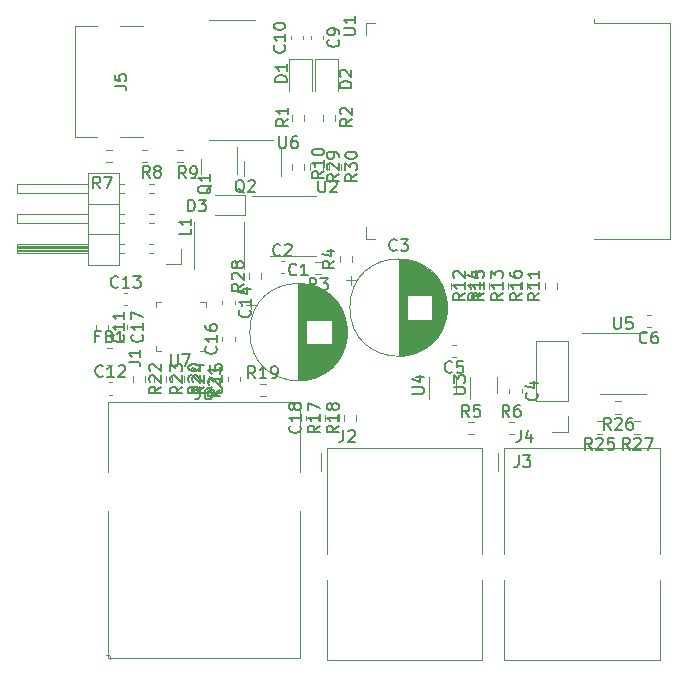
<source format=gto>
G04 #@! TF.GenerationSoftware,KiCad,Pcbnew,6.0.6+dfsg-1~bpo11+1*
G04 #@! TF.CreationDate,2022-07-19T19:35:54+02:00*
G04 #@! TF.ProjectId,EnergyMeter,456e6572-6779-44d6-9574-65722e6b6963,rev?*
G04 #@! TF.SameCoordinates,Original*
G04 #@! TF.FileFunction,Legend,Top*
G04 #@! TF.FilePolarity,Positive*
%FSLAX46Y46*%
G04 Gerber Fmt 4.6, Leading zero omitted, Abs format (unit mm)*
G04 Created by KiCad (PCBNEW 6.0.6+dfsg-1~bpo11+1) date 2022-07-19 19:35:54*
%MOMM*%
%LPD*%
G01*
G04 APERTURE LIST*
%ADD10C,0.150000*%
%ADD11C,0.120000*%
%ADD12C,0.100000*%
G04 APERTURE END LIST*
D10*
G04 #@! TO.C,U2*
X47713095Y-37402380D02*
X47713095Y-38211904D01*
X47760714Y-38307142D01*
X47808333Y-38354761D01*
X47903571Y-38402380D01*
X48094047Y-38402380D01*
X48189285Y-38354761D01*
X48236904Y-38307142D01*
X48284523Y-38211904D01*
X48284523Y-37402380D01*
X48713095Y-37497619D02*
X48760714Y-37450000D01*
X48855952Y-37402380D01*
X49094047Y-37402380D01*
X49189285Y-37450000D01*
X49236904Y-37497619D01*
X49284523Y-37592857D01*
X49284523Y-37688095D01*
X49236904Y-37830952D01*
X48665476Y-38402380D01*
X49284523Y-38402380D01*
G04 #@! TO.C,C11*
X31187142Y-50442857D02*
X31234761Y-50490476D01*
X31282380Y-50633333D01*
X31282380Y-50728571D01*
X31234761Y-50871428D01*
X31139523Y-50966666D01*
X31044285Y-51014285D01*
X30853809Y-51061904D01*
X30710952Y-51061904D01*
X30520476Y-51014285D01*
X30425238Y-50966666D01*
X30330000Y-50871428D01*
X30282380Y-50728571D01*
X30282380Y-50633333D01*
X30330000Y-50490476D01*
X30377619Y-50442857D01*
X31282380Y-49490476D02*
X31282380Y-50061904D01*
X31282380Y-49776190D02*
X30282380Y-49776190D01*
X30425238Y-49871428D01*
X30520476Y-49966666D01*
X30568095Y-50061904D01*
X31282380Y-48538095D02*
X31282380Y-49109523D01*
X31282380Y-48823809D02*
X30282380Y-48823809D01*
X30425238Y-48919047D01*
X30520476Y-49014285D01*
X30568095Y-49109523D01*
G04 #@! TO.C,U1*
X49852380Y-25061904D02*
X50661904Y-25061904D01*
X50757142Y-25014285D01*
X50804761Y-24966666D01*
X50852380Y-24871428D01*
X50852380Y-24680952D01*
X50804761Y-24585714D01*
X50757142Y-24538095D01*
X50661904Y-24490476D01*
X49852380Y-24490476D01*
X50852380Y-23490476D02*
X50852380Y-24061904D01*
X50852380Y-23776190D02*
X49852380Y-23776190D01*
X49995238Y-23871428D01*
X50090476Y-23966666D01*
X50138095Y-24061904D01*
G04 #@! TO.C,R3*
X47533333Y-46657380D02*
X47200000Y-46181190D01*
X46961904Y-46657380D02*
X46961904Y-45657380D01*
X47342857Y-45657380D01*
X47438095Y-45705000D01*
X47485714Y-45752619D01*
X47533333Y-45847857D01*
X47533333Y-45990714D01*
X47485714Y-46085952D01*
X47438095Y-46133571D01*
X47342857Y-46181190D01*
X46961904Y-46181190D01*
X47866666Y-45657380D02*
X48485714Y-45657380D01*
X48152380Y-46038333D01*
X48295238Y-46038333D01*
X48390476Y-46085952D01*
X48438095Y-46133571D01*
X48485714Y-46228809D01*
X48485714Y-46466904D01*
X48438095Y-46562142D01*
X48390476Y-46609761D01*
X48295238Y-46657380D01*
X48009523Y-46657380D01*
X47914285Y-46609761D01*
X47866666Y-46562142D01*
G04 #@! TO.C,R18*
X49422380Y-58142857D02*
X48946190Y-58476190D01*
X49422380Y-58714285D02*
X48422380Y-58714285D01*
X48422380Y-58333333D01*
X48470000Y-58238095D01*
X48517619Y-58190476D01*
X48612857Y-58142857D01*
X48755714Y-58142857D01*
X48850952Y-58190476D01*
X48898571Y-58238095D01*
X48946190Y-58333333D01*
X48946190Y-58714285D01*
X49422380Y-57190476D02*
X49422380Y-57761904D01*
X49422380Y-57476190D02*
X48422380Y-57476190D01*
X48565238Y-57571428D01*
X48660476Y-57666666D01*
X48708095Y-57761904D01*
X48850952Y-56619047D02*
X48803333Y-56714285D01*
X48755714Y-56761904D01*
X48660476Y-56809523D01*
X48612857Y-56809523D01*
X48517619Y-56761904D01*
X48470000Y-56714285D01*
X48422380Y-56619047D01*
X48422380Y-56428571D01*
X48470000Y-56333333D01*
X48517619Y-56285714D01*
X48612857Y-56238095D01*
X48660476Y-56238095D01*
X48755714Y-56285714D01*
X48803333Y-56333333D01*
X48850952Y-56428571D01*
X48850952Y-56619047D01*
X48898571Y-56714285D01*
X48946190Y-56761904D01*
X49041428Y-56809523D01*
X49231904Y-56809523D01*
X49327142Y-56761904D01*
X49374761Y-56714285D01*
X49422380Y-56619047D01*
X49422380Y-56428571D01*
X49374761Y-56333333D01*
X49327142Y-56285714D01*
X49231904Y-56238095D01*
X49041428Y-56238095D01*
X48946190Y-56285714D01*
X48898571Y-56333333D01*
X48850952Y-56428571D01*
G04 #@! TO.C,R9*
X36483333Y-37202380D02*
X36150000Y-36726190D01*
X35911904Y-37202380D02*
X35911904Y-36202380D01*
X36292857Y-36202380D01*
X36388095Y-36250000D01*
X36435714Y-36297619D01*
X36483333Y-36392857D01*
X36483333Y-36535714D01*
X36435714Y-36630952D01*
X36388095Y-36678571D01*
X36292857Y-36726190D01*
X35911904Y-36726190D01*
X36959523Y-37202380D02*
X37150000Y-37202380D01*
X37245238Y-37154761D01*
X37292857Y-37107142D01*
X37388095Y-36964285D01*
X37435714Y-36773809D01*
X37435714Y-36392857D01*
X37388095Y-36297619D01*
X37340476Y-36250000D01*
X37245238Y-36202380D01*
X37054761Y-36202380D01*
X36959523Y-36250000D01*
X36911904Y-36297619D01*
X36864285Y-36392857D01*
X36864285Y-36630952D01*
X36911904Y-36726190D01*
X36959523Y-36773809D01*
X37054761Y-36821428D01*
X37245238Y-36821428D01*
X37340476Y-36773809D01*
X37388095Y-36726190D01*
X37435714Y-36630952D01*
G04 #@! TO.C,C1*
X45855682Y-45332142D02*
X45808063Y-45379761D01*
X45665206Y-45427380D01*
X45569968Y-45427380D01*
X45427110Y-45379761D01*
X45331872Y-45284523D01*
X45284253Y-45189285D01*
X45236634Y-44998809D01*
X45236634Y-44855952D01*
X45284253Y-44665476D01*
X45331872Y-44570238D01*
X45427110Y-44475000D01*
X45569968Y-44427380D01*
X45665206Y-44427380D01*
X45808063Y-44475000D01*
X45855682Y-44522619D01*
X46808063Y-45427380D02*
X46236634Y-45427380D01*
X46522349Y-45427380D02*
X46522349Y-44427380D01*
X46427110Y-44570238D01*
X46331872Y-44665476D01*
X46236634Y-44713095D01*
G04 #@! TO.C,U5*
X72738095Y-48952380D02*
X72738095Y-49761904D01*
X72785714Y-49857142D01*
X72833333Y-49904761D01*
X72928571Y-49952380D01*
X73119047Y-49952380D01*
X73214285Y-49904761D01*
X73261904Y-49857142D01*
X73309523Y-49761904D01*
X73309523Y-48952380D01*
X74261904Y-48952380D02*
X73785714Y-48952380D01*
X73738095Y-49428571D01*
X73785714Y-49380952D01*
X73880952Y-49333333D01*
X74119047Y-49333333D01*
X74214285Y-49380952D01*
X74261904Y-49428571D01*
X74309523Y-49523809D01*
X74309523Y-49761904D01*
X74261904Y-49857142D01*
X74214285Y-49904761D01*
X74119047Y-49952380D01*
X73880952Y-49952380D01*
X73785714Y-49904761D01*
X73738095Y-49857142D01*
G04 #@! TO.C,R28*
X41372380Y-46142857D02*
X40896190Y-46476190D01*
X41372380Y-46714285D02*
X40372380Y-46714285D01*
X40372380Y-46333333D01*
X40420000Y-46238095D01*
X40467619Y-46190476D01*
X40562857Y-46142857D01*
X40705714Y-46142857D01*
X40800952Y-46190476D01*
X40848571Y-46238095D01*
X40896190Y-46333333D01*
X40896190Y-46714285D01*
X40467619Y-45761904D02*
X40420000Y-45714285D01*
X40372380Y-45619047D01*
X40372380Y-45380952D01*
X40420000Y-45285714D01*
X40467619Y-45238095D01*
X40562857Y-45190476D01*
X40658095Y-45190476D01*
X40800952Y-45238095D01*
X41372380Y-45809523D01*
X41372380Y-45190476D01*
X40800952Y-44619047D02*
X40753333Y-44714285D01*
X40705714Y-44761904D01*
X40610476Y-44809523D01*
X40562857Y-44809523D01*
X40467619Y-44761904D01*
X40420000Y-44714285D01*
X40372380Y-44619047D01*
X40372380Y-44428571D01*
X40420000Y-44333333D01*
X40467619Y-44285714D01*
X40562857Y-44238095D01*
X40610476Y-44238095D01*
X40705714Y-44285714D01*
X40753333Y-44333333D01*
X40800952Y-44428571D01*
X40800952Y-44619047D01*
X40848571Y-44714285D01*
X40896190Y-44761904D01*
X40991428Y-44809523D01*
X41181904Y-44809523D01*
X41277142Y-44761904D01*
X41324761Y-44714285D01*
X41372380Y-44619047D01*
X41372380Y-44428571D01*
X41324761Y-44333333D01*
X41277142Y-44285714D01*
X41181904Y-44238095D01*
X40991428Y-44238095D01*
X40896190Y-44285714D01*
X40848571Y-44333333D01*
X40800952Y-44428571D01*
G04 #@! TO.C,C12*
X29457142Y-53927142D02*
X29409523Y-53974761D01*
X29266666Y-54022380D01*
X29171428Y-54022380D01*
X29028571Y-53974761D01*
X28933333Y-53879523D01*
X28885714Y-53784285D01*
X28838095Y-53593809D01*
X28838095Y-53450952D01*
X28885714Y-53260476D01*
X28933333Y-53165238D01*
X29028571Y-53070000D01*
X29171428Y-53022380D01*
X29266666Y-53022380D01*
X29409523Y-53070000D01*
X29457142Y-53117619D01*
X30409523Y-54022380D02*
X29838095Y-54022380D01*
X30123809Y-54022380D02*
X30123809Y-53022380D01*
X30028571Y-53165238D01*
X29933333Y-53260476D01*
X29838095Y-53308095D01*
X30790476Y-53117619D02*
X30838095Y-53070000D01*
X30933333Y-53022380D01*
X31171428Y-53022380D01*
X31266666Y-53070000D01*
X31314285Y-53117619D01*
X31361904Y-53212857D01*
X31361904Y-53308095D01*
X31314285Y-53450952D01*
X30742857Y-54022380D01*
X31361904Y-54022380D01*
G04 #@! TO.C,R7*
X29233333Y-38052380D02*
X28900000Y-37576190D01*
X28661904Y-38052380D02*
X28661904Y-37052380D01*
X29042857Y-37052380D01*
X29138095Y-37100000D01*
X29185714Y-37147619D01*
X29233333Y-37242857D01*
X29233333Y-37385714D01*
X29185714Y-37480952D01*
X29138095Y-37528571D01*
X29042857Y-37576190D01*
X28661904Y-37576190D01*
X29566666Y-37052380D02*
X30233333Y-37052380D01*
X29804761Y-38052380D01*
G04 #@! TO.C,J4*
X64826666Y-58522380D02*
X64826666Y-59236666D01*
X64779047Y-59379523D01*
X64683809Y-59474761D01*
X64540952Y-59522380D01*
X64445714Y-59522380D01*
X65731428Y-58855714D02*
X65731428Y-59522380D01*
X65493333Y-58474761D02*
X65255238Y-59189047D01*
X65874285Y-59189047D01*
G04 #@! TO.C,C14*
X41887142Y-48367857D02*
X41934761Y-48415476D01*
X41982380Y-48558333D01*
X41982380Y-48653571D01*
X41934761Y-48796428D01*
X41839523Y-48891666D01*
X41744285Y-48939285D01*
X41553809Y-48986904D01*
X41410952Y-48986904D01*
X41220476Y-48939285D01*
X41125238Y-48891666D01*
X41030000Y-48796428D01*
X40982380Y-48653571D01*
X40982380Y-48558333D01*
X41030000Y-48415476D01*
X41077619Y-48367857D01*
X41982380Y-47415476D02*
X41982380Y-47986904D01*
X41982380Y-47701190D02*
X40982380Y-47701190D01*
X41125238Y-47796428D01*
X41220476Y-47891666D01*
X41268095Y-47986904D01*
X41315714Y-46558333D02*
X41982380Y-46558333D01*
X40934761Y-46796428D02*
X41649047Y-47034523D01*
X41649047Y-46415476D01*
G04 #@! TO.C,L1*
X36927380Y-41466666D02*
X36927380Y-41942857D01*
X35927380Y-41942857D01*
X36927380Y-40609523D02*
X36927380Y-41180952D01*
X36927380Y-40895238D02*
X35927380Y-40895238D01*
X36070238Y-40990476D01*
X36165476Y-41085714D01*
X36213095Y-41180952D01*
G04 #@! TO.C,C18*
X46127142Y-58142857D02*
X46174761Y-58190476D01*
X46222380Y-58333333D01*
X46222380Y-58428571D01*
X46174761Y-58571428D01*
X46079523Y-58666666D01*
X45984285Y-58714285D01*
X45793809Y-58761904D01*
X45650952Y-58761904D01*
X45460476Y-58714285D01*
X45365238Y-58666666D01*
X45270000Y-58571428D01*
X45222380Y-58428571D01*
X45222380Y-58333333D01*
X45270000Y-58190476D01*
X45317619Y-58142857D01*
X46222380Y-57190476D02*
X46222380Y-57761904D01*
X46222380Y-57476190D02*
X45222380Y-57476190D01*
X45365238Y-57571428D01*
X45460476Y-57666666D01*
X45508095Y-57761904D01*
X45650952Y-56619047D02*
X45603333Y-56714285D01*
X45555714Y-56761904D01*
X45460476Y-56809523D01*
X45412857Y-56809523D01*
X45317619Y-56761904D01*
X45270000Y-56714285D01*
X45222380Y-56619047D01*
X45222380Y-56428571D01*
X45270000Y-56333333D01*
X45317619Y-56285714D01*
X45412857Y-56238095D01*
X45460476Y-56238095D01*
X45555714Y-56285714D01*
X45603333Y-56333333D01*
X45650952Y-56428571D01*
X45650952Y-56619047D01*
X45698571Y-56714285D01*
X45746190Y-56761904D01*
X45841428Y-56809523D01*
X46031904Y-56809523D01*
X46127142Y-56761904D01*
X46174761Y-56714285D01*
X46222380Y-56619047D01*
X46222380Y-56428571D01*
X46174761Y-56333333D01*
X46127142Y-56285714D01*
X46031904Y-56238095D01*
X45841428Y-56238095D01*
X45746190Y-56285714D01*
X45698571Y-56333333D01*
X45650952Y-56428571D01*
G04 #@! TO.C,R13*
X63322380Y-46942857D02*
X62846190Y-47276190D01*
X63322380Y-47514285D02*
X62322380Y-47514285D01*
X62322380Y-47133333D01*
X62370000Y-47038095D01*
X62417619Y-46990476D01*
X62512857Y-46942857D01*
X62655714Y-46942857D01*
X62750952Y-46990476D01*
X62798571Y-47038095D01*
X62846190Y-47133333D01*
X62846190Y-47514285D01*
X63322380Y-45990476D02*
X63322380Y-46561904D01*
X63322380Y-46276190D02*
X62322380Y-46276190D01*
X62465238Y-46371428D01*
X62560476Y-46466666D01*
X62608095Y-46561904D01*
X62322380Y-45657142D02*
X62322380Y-45038095D01*
X62703333Y-45371428D01*
X62703333Y-45228571D01*
X62750952Y-45133333D01*
X62798571Y-45085714D01*
X62893809Y-45038095D01*
X63131904Y-45038095D01*
X63227142Y-45085714D01*
X63274761Y-45133333D01*
X63322380Y-45228571D01*
X63322380Y-45514285D01*
X63274761Y-45609523D01*
X63227142Y-45657142D01*
G04 #@! TO.C,R24*
X38022380Y-54842857D02*
X37546190Y-55176190D01*
X38022380Y-55414285D02*
X37022380Y-55414285D01*
X37022380Y-55033333D01*
X37070000Y-54938095D01*
X37117619Y-54890476D01*
X37212857Y-54842857D01*
X37355714Y-54842857D01*
X37450952Y-54890476D01*
X37498571Y-54938095D01*
X37546190Y-55033333D01*
X37546190Y-55414285D01*
X37117619Y-54461904D02*
X37070000Y-54414285D01*
X37022380Y-54319047D01*
X37022380Y-54080952D01*
X37070000Y-53985714D01*
X37117619Y-53938095D01*
X37212857Y-53890476D01*
X37308095Y-53890476D01*
X37450952Y-53938095D01*
X38022380Y-54509523D01*
X38022380Y-53890476D01*
X37355714Y-53033333D02*
X38022380Y-53033333D01*
X36974761Y-53271428D02*
X37689047Y-53509523D01*
X37689047Y-52890476D01*
G04 #@! TO.C,R19*
X42357142Y-54122380D02*
X42023809Y-53646190D01*
X41785714Y-54122380D02*
X41785714Y-53122380D01*
X42166666Y-53122380D01*
X42261904Y-53170000D01*
X42309523Y-53217619D01*
X42357142Y-53312857D01*
X42357142Y-53455714D01*
X42309523Y-53550952D01*
X42261904Y-53598571D01*
X42166666Y-53646190D01*
X41785714Y-53646190D01*
X43309523Y-54122380D02*
X42738095Y-54122380D01*
X43023809Y-54122380D02*
X43023809Y-53122380D01*
X42928571Y-53265238D01*
X42833333Y-53360476D01*
X42738095Y-53408095D01*
X43785714Y-54122380D02*
X43976190Y-54122380D01*
X44071428Y-54074761D01*
X44119047Y-54027142D01*
X44214285Y-53884285D01*
X44261904Y-53693809D01*
X44261904Y-53312857D01*
X44214285Y-53217619D01*
X44166666Y-53170000D01*
X44071428Y-53122380D01*
X43880952Y-53122380D01*
X43785714Y-53170000D01*
X43738095Y-53217619D01*
X43690476Y-53312857D01*
X43690476Y-53550952D01*
X43738095Y-53646190D01*
X43785714Y-53693809D01*
X43880952Y-53741428D01*
X44071428Y-53741428D01*
X44166666Y-53693809D01*
X44214285Y-53646190D01*
X44261904Y-53550952D01*
G04 #@! TO.C,R25*
X70857142Y-60182380D02*
X70523809Y-59706190D01*
X70285714Y-60182380D02*
X70285714Y-59182380D01*
X70666666Y-59182380D01*
X70761904Y-59230000D01*
X70809523Y-59277619D01*
X70857142Y-59372857D01*
X70857142Y-59515714D01*
X70809523Y-59610952D01*
X70761904Y-59658571D01*
X70666666Y-59706190D01*
X70285714Y-59706190D01*
X71238095Y-59277619D02*
X71285714Y-59230000D01*
X71380952Y-59182380D01*
X71619047Y-59182380D01*
X71714285Y-59230000D01*
X71761904Y-59277619D01*
X71809523Y-59372857D01*
X71809523Y-59468095D01*
X71761904Y-59610952D01*
X71190476Y-60182380D01*
X71809523Y-60182380D01*
X72714285Y-59182380D02*
X72238095Y-59182380D01*
X72190476Y-59658571D01*
X72238095Y-59610952D01*
X72333333Y-59563333D01*
X72571428Y-59563333D01*
X72666666Y-59610952D01*
X72714285Y-59658571D01*
X72761904Y-59753809D01*
X72761904Y-59991904D01*
X72714285Y-60087142D01*
X72666666Y-60134761D01*
X72571428Y-60182380D01*
X72333333Y-60182380D01*
X72238095Y-60134761D01*
X72190476Y-60087142D01*
G04 #@! TO.C,J5*
X30452380Y-29383333D02*
X31166666Y-29383333D01*
X31309523Y-29430952D01*
X31404761Y-29526190D01*
X31452380Y-29669047D01*
X31452380Y-29764285D01*
X30452380Y-28430952D02*
X30452380Y-28907142D01*
X30928571Y-28954761D01*
X30880952Y-28907142D01*
X30833333Y-28811904D01*
X30833333Y-28573809D01*
X30880952Y-28478571D01*
X30928571Y-28430952D01*
X31023809Y-28383333D01*
X31261904Y-28383333D01*
X31357142Y-28430952D01*
X31404761Y-28478571D01*
X31452380Y-28573809D01*
X31452380Y-28811904D01*
X31404761Y-28907142D01*
X31357142Y-28954761D01*
G04 #@! TO.C,R30*
X50982380Y-36867857D02*
X50506190Y-37201190D01*
X50982380Y-37439285D02*
X49982380Y-37439285D01*
X49982380Y-37058333D01*
X50030000Y-36963095D01*
X50077619Y-36915476D01*
X50172857Y-36867857D01*
X50315714Y-36867857D01*
X50410952Y-36915476D01*
X50458571Y-36963095D01*
X50506190Y-37058333D01*
X50506190Y-37439285D01*
X49982380Y-36534523D02*
X49982380Y-35915476D01*
X50363333Y-36248809D01*
X50363333Y-36105952D01*
X50410952Y-36010714D01*
X50458571Y-35963095D01*
X50553809Y-35915476D01*
X50791904Y-35915476D01*
X50887142Y-35963095D01*
X50934761Y-36010714D01*
X50982380Y-36105952D01*
X50982380Y-36391666D01*
X50934761Y-36486904D01*
X50887142Y-36534523D01*
X49982380Y-35296428D02*
X49982380Y-35201190D01*
X50030000Y-35105952D01*
X50077619Y-35058333D01*
X50172857Y-35010714D01*
X50363333Y-34963095D01*
X50601428Y-34963095D01*
X50791904Y-35010714D01*
X50887142Y-35058333D01*
X50934761Y-35105952D01*
X50982380Y-35201190D01*
X50982380Y-35296428D01*
X50934761Y-35391666D01*
X50887142Y-35439285D01*
X50791904Y-35486904D01*
X50601428Y-35534523D01*
X50363333Y-35534523D01*
X50172857Y-35486904D01*
X50077619Y-35439285D01*
X50030000Y-35391666D01*
X49982380Y-35296428D01*
G04 #@! TO.C,R10*
X48177380Y-36592857D02*
X47701190Y-36926190D01*
X48177380Y-37164285D02*
X47177380Y-37164285D01*
X47177380Y-36783333D01*
X47225000Y-36688095D01*
X47272619Y-36640476D01*
X47367857Y-36592857D01*
X47510714Y-36592857D01*
X47605952Y-36640476D01*
X47653571Y-36688095D01*
X47701190Y-36783333D01*
X47701190Y-37164285D01*
X48177380Y-35640476D02*
X48177380Y-36211904D01*
X48177380Y-35926190D02*
X47177380Y-35926190D01*
X47320238Y-36021428D01*
X47415476Y-36116666D01*
X47463095Y-36211904D01*
X47177380Y-35021428D02*
X47177380Y-34926190D01*
X47225000Y-34830952D01*
X47272619Y-34783333D01*
X47367857Y-34735714D01*
X47558333Y-34688095D01*
X47796428Y-34688095D01*
X47986904Y-34735714D01*
X48082142Y-34783333D01*
X48129761Y-34830952D01*
X48177380Y-34926190D01*
X48177380Y-35021428D01*
X48129761Y-35116666D01*
X48082142Y-35164285D01*
X47986904Y-35211904D01*
X47796428Y-35259523D01*
X47558333Y-35259523D01*
X47367857Y-35211904D01*
X47272619Y-35164285D01*
X47225000Y-35116666D01*
X47177380Y-35021428D01*
G04 #@! TO.C,R16*
X64922380Y-46942857D02*
X64446190Y-47276190D01*
X64922380Y-47514285D02*
X63922380Y-47514285D01*
X63922380Y-47133333D01*
X63970000Y-47038095D01*
X64017619Y-46990476D01*
X64112857Y-46942857D01*
X64255714Y-46942857D01*
X64350952Y-46990476D01*
X64398571Y-47038095D01*
X64446190Y-47133333D01*
X64446190Y-47514285D01*
X64922380Y-45990476D02*
X64922380Y-46561904D01*
X64922380Y-46276190D02*
X63922380Y-46276190D01*
X64065238Y-46371428D01*
X64160476Y-46466666D01*
X64208095Y-46561904D01*
X63922380Y-45133333D02*
X63922380Y-45323809D01*
X63970000Y-45419047D01*
X64017619Y-45466666D01*
X64160476Y-45561904D01*
X64350952Y-45609523D01*
X64731904Y-45609523D01*
X64827142Y-45561904D01*
X64874761Y-45514285D01*
X64922380Y-45419047D01*
X64922380Y-45228571D01*
X64874761Y-45133333D01*
X64827142Y-45085714D01*
X64731904Y-45038095D01*
X64493809Y-45038095D01*
X64398571Y-45085714D01*
X64350952Y-45133333D01*
X64303333Y-45228571D01*
X64303333Y-45419047D01*
X64350952Y-45514285D01*
X64398571Y-45561904D01*
X64493809Y-45609523D01*
G04 #@! TO.C,J6*
X37676666Y-54919880D02*
X37676666Y-55634166D01*
X37629047Y-55777023D01*
X37533809Y-55872261D01*
X37390952Y-55919880D01*
X37295714Y-55919880D01*
X38581428Y-54919880D02*
X38390952Y-54919880D01*
X38295714Y-54967500D01*
X38248095Y-55015119D01*
X38152857Y-55157976D01*
X38105238Y-55348452D01*
X38105238Y-55729404D01*
X38152857Y-55824642D01*
X38200476Y-55872261D01*
X38295714Y-55919880D01*
X38486190Y-55919880D01*
X38581428Y-55872261D01*
X38629047Y-55824642D01*
X38676666Y-55729404D01*
X38676666Y-55491309D01*
X38629047Y-55396071D01*
X38581428Y-55348452D01*
X38486190Y-55300833D01*
X38295714Y-55300833D01*
X38200476Y-55348452D01*
X38152857Y-55396071D01*
X38105238Y-55491309D01*
G04 #@! TO.C,R21*
X39382380Y-55092857D02*
X38906190Y-55426190D01*
X39382380Y-55664285D02*
X38382380Y-55664285D01*
X38382380Y-55283333D01*
X38430000Y-55188095D01*
X38477619Y-55140476D01*
X38572857Y-55092857D01*
X38715714Y-55092857D01*
X38810952Y-55140476D01*
X38858571Y-55188095D01*
X38906190Y-55283333D01*
X38906190Y-55664285D01*
X38477619Y-54711904D02*
X38430000Y-54664285D01*
X38382380Y-54569047D01*
X38382380Y-54330952D01*
X38430000Y-54235714D01*
X38477619Y-54188095D01*
X38572857Y-54140476D01*
X38668095Y-54140476D01*
X38810952Y-54188095D01*
X39382380Y-54759523D01*
X39382380Y-54140476D01*
X39382380Y-53188095D02*
X39382380Y-53759523D01*
X39382380Y-53473809D02*
X38382380Y-53473809D01*
X38525238Y-53569047D01*
X38620476Y-53664285D01*
X38668095Y-53759523D01*
G04 #@! TO.C,C2*
X44483333Y-43677142D02*
X44435714Y-43724761D01*
X44292857Y-43772380D01*
X44197619Y-43772380D01*
X44054761Y-43724761D01*
X43959523Y-43629523D01*
X43911904Y-43534285D01*
X43864285Y-43343809D01*
X43864285Y-43200952D01*
X43911904Y-43010476D01*
X43959523Y-42915238D01*
X44054761Y-42820000D01*
X44197619Y-42772380D01*
X44292857Y-42772380D01*
X44435714Y-42820000D01*
X44483333Y-42867619D01*
X44864285Y-42867619D02*
X44911904Y-42820000D01*
X45007142Y-42772380D01*
X45245238Y-42772380D01*
X45340476Y-42820000D01*
X45388095Y-42867619D01*
X45435714Y-42962857D01*
X45435714Y-43058095D01*
X45388095Y-43200952D01*
X44816666Y-43772380D01*
X45435714Y-43772380D01*
G04 #@! TO.C,D1*
X45052380Y-29038095D02*
X44052380Y-29038095D01*
X44052380Y-28800000D01*
X44100000Y-28657142D01*
X44195238Y-28561904D01*
X44290476Y-28514285D01*
X44480952Y-28466666D01*
X44623809Y-28466666D01*
X44814285Y-28514285D01*
X44909523Y-28561904D01*
X45004761Y-28657142D01*
X45052380Y-28800000D01*
X45052380Y-29038095D01*
X45052380Y-27514285D02*
X45052380Y-28085714D01*
X45052380Y-27800000D02*
X44052380Y-27800000D01*
X44195238Y-27895238D01*
X44290476Y-27990476D01*
X44338095Y-28085714D01*
G04 #@! TO.C,R4*
X49072380Y-44191666D02*
X48596190Y-44525000D01*
X49072380Y-44763095D02*
X48072380Y-44763095D01*
X48072380Y-44382142D01*
X48120000Y-44286904D01*
X48167619Y-44239285D01*
X48262857Y-44191666D01*
X48405714Y-44191666D01*
X48500952Y-44239285D01*
X48548571Y-44286904D01*
X48596190Y-44382142D01*
X48596190Y-44763095D01*
X48405714Y-43334523D02*
X49072380Y-43334523D01*
X48024761Y-43572619D02*
X48739047Y-43810714D01*
X48739047Y-43191666D01*
G04 #@! TO.C,C4*
X66187142Y-55366666D02*
X66234761Y-55414285D01*
X66282380Y-55557142D01*
X66282380Y-55652380D01*
X66234761Y-55795238D01*
X66139523Y-55890476D01*
X66044285Y-55938095D01*
X65853809Y-55985714D01*
X65710952Y-55985714D01*
X65520476Y-55938095D01*
X65425238Y-55890476D01*
X65330000Y-55795238D01*
X65282380Y-55652380D01*
X65282380Y-55557142D01*
X65330000Y-55414285D01*
X65377619Y-55366666D01*
X65615714Y-54509523D02*
X66282380Y-54509523D01*
X65234761Y-54747619D02*
X65949047Y-54985714D01*
X65949047Y-54366666D01*
G04 #@! TO.C,FB1*
X29166666Y-50578571D02*
X28833333Y-50578571D01*
X28833333Y-51102380D02*
X28833333Y-50102380D01*
X29309523Y-50102380D01*
X30023809Y-50578571D02*
X30166666Y-50626190D01*
X30214285Y-50673809D01*
X30261904Y-50769047D01*
X30261904Y-50911904D01*
X30214285Y-51007142D01*
X30166666Y-51054761D01*
X30071428Y-51102380D01*
X29690476Y-51102380D01*
X29690476Y-50102380D01*
X30023809Y-50102380D01*
X30119047Y-50150000D01*
X30166666Y-50197619D01*
X30214285Y-50292857D01*
X30214285Y-50388095D01*
X30166666Y-50483333D01*
X30119047Y-50530952D01*
X30023809Y-50578571D01*
X29690476Y-50578571D01*
X31214285Y-51102380D02*
X30642857Y-51102380D01*
X30928571Y-51102380D02*
X30928571Y-50102380D01*
X30833333Y-50245238D01*
X30738095Y-50340476D01*
X30642857Y-50388095D01*
G04 #@! TO.C,D2*
X50502380Y-29538095D02*
X49502380Y-29538095D01*
X49502380Y-29300000D01*
X49550000Y-29157142D01*
X49645238Y-29061904D01*
X49740476Y-29014285D01*
X49930952Y-28966666D01*
X50073809Y-28966666D01*
X50264285Y-29014285D01*
X50359523Y-29061904D01*
X50454761Y-29157142D01*
X50502380Y-29300000D01*
X50502380Y-29538095D01*
X49597619Y-28585714D02*
X49550000Y-28538095D01*
X49502380Y-28442857D01*
X49502380Y-28204761D01*
X49550000Y-28109523D01*
X49597619Y-28061904D01*
X49692857Y-28014285D01*
X49788095Y-28014285D01*
X49930952Y-28061904D01*
X50502380Y-28633333D01*
X50502380Y-28014285D01*
G04 #@! TO.C,R11*
X66422380Y-46942857D02*
X65946190Y-47276190D01*
X66422380Y-47514285D02*
X65422380Y-47514285D01*
X65422380Y-47133333D01*
X65470000Y-47038095D01*
X65517619Y-46990476D01*
X65612857Y-46942857D01*
X65755714Y-46942857D01*
X65850952Y-46990476D01*
X65898571Y-47038095D01*
X65946190Y-47133333D01*
X65946190Y-47514285D01*
X66422380Y-45990476D02*
X66422380Y-46561904D01*
X66422380Y-46276190D02*
X65422380Y-46276190D01*
X65565238Y-46371428D01*
X65660476Y-46466666D01*
X65708095Y-46561904D01*
X66422380Y-45038095D02*
X66422380Y-45609523D01*
X66422380Y-45323809D02*
X65422380Y-45323809D01*
X65565238Y-45419047D01*
X65660476Y-45514285D01*
X65708095Y-45609523D01*
G04 #@! TO.C,U7*
X35238095Y-52102380D02*
X35238095Y-52911904D01*
X35285714Y-53007142D01*
X35333333Y-53054761D01*
X35428571Y-53102380D01*
X35619047Y-53102380D01*
X35714285Y-53054761D01*
X35761904Y-53007142D01*
X35809523Y-52911904D01*
X35809523Y-52102380D01*
X36190476Y-52102380D02*
X36857142Y-52102380D01*
X36428571Y-53102380D01*
G04 #@! TO.C,R12*
X60122380Y-46942857D02*
X59646190Y-47276190D01*
X60122380Y-47514285D02*
X59122380Y-47514285D01*
X59122380Y-47133333D01*
X59170000Y-47038095D01*
X59217619Y-46990476D01*
X59312857Y-46942857D01*
X59455714Y-46942857D01*
X59550952Y-46990476D01*
X59598571Y-47038095D01*
X59646190Y-47133333D01*
X59646190Y-47514285D01*
X60122380Y-45990476D02*
X60122380Y-46561904D01*
X60122380Y-46276190D02*
X59122380Y-46276190D01*
X59265238Y-46371428D01*
X59360476Y-46466666D01*
X59408095Y-46561904D01*
X59217619Y-45609523D02*
X59170000Y-45561904D01*
X59122380Y-45466666D01*
X59122380Y-45228571D01*
X59170000Y-45133333D01*
X59217619Y-45085714D01*
X59312857Y-45038095D01*
X59408095Y-45038095D01*
X59550952Y-45085714D01*
X60122380Y-45657142D01*
X60122380Y-45038095D01*
G04 #@! TO.C,C15*
X39477142Y-54842857D02*
X39524761Y-54890476D01*
X39572380Y-55033333D01*
X39572380Y-55128571D01*
X39524761Y-55271428D01*
X39429523Y-55366666D01*
X39334285Y-55414285D01*
X39143809Y-55461904D01*
X39000952Y-55461904D01*
X38810476Y-55414285D01*
X38715238Y-55366666D01*
X38620000Y-55271428D01*
X38572380Y-55128571D01*
X38572380Y-55033333D01*
X38620000Y-54890476D01*
X38667619Y-54842857D01*
X39572380Y-53890476D02*
X39572380Y-54461904D01*
X39572380Y-54176190D02*
X38572380Y-54176190D01*
X38715238Y-54271428D01*
X38810476Y-54366666D01*
X38858095Y-54461904D01*
X38572380Y-52985714D02*
X38572380Y-53461904D01*
X39048571Y-53509523D01*
X39000952Y-53461904D01*
X38953333Y-53366666D01*
X38953333Y-53128571D01*
X39000952Y-53033333D01*
X39048571Y-52985714D01*
X39143809Y-52938095D01*
X39381904Y-52938095D01*
X39477142Y-52985714D01*
X39524761Y-53033333D01*
X39572380Y-53128571D01*
X39572380Y-53366666D01*
X39524761Y-53461904D01*
X39477142Y-53509523D01*
G04 #@! TO.C,C16*
X39027142Y-51442857D02*
X39074761Y-51490476D01*
X39122380Y-51633333D01*
X39122380Y-51728571D01*
X39074761Y-51871428D01*
X38979523Y-51966666D01*
X38884285Y-52014285D01*
X38693809Y-52061904D01*
X38550952Y-52061904D01*
X38360476Y-52014285D01*
X38265238Y-51966666D01*
X38170000Y-51871428D01*
X38122380Y-51728571D01*
X38122380Y-51633333D01*
X38170000Y-51490476D01*
X38217619Y-51442857D01*
X39122380Y-50490476D02*
X39122380Y-51061904D01*
X39122380Y-50776190D02*
X38122380Y-50776190D01*
X38265238Y-50871428D01*
X38360476Y-50966666D01*
X38408095Y-51061904D01*
X38122380Y-49633333D02*
X38122380Y-49823809D01*
X38170000Y-49919047D01*
X38217619Y-49966666D01*
X38360476Y-50061904D01*
X38550952Y-50109523D01*
X38931904Y-50109523D01*
X39027142Y-50061904D01*
X39074761Y-50014285D01*
X39122380Y-49919047D01*
X39122380Y-49728571D01*
X39074761Y-49633333D01*
X39027142Y-49585714D01*
X38931904Y-49538095D01*
X38693809Y-49538095D01*
X38598571Y-49585714D01*
X38550952Y-49633333D01*
X38503333Y-49728571D01*
X38503333Y-49919047D01*
X38550952Y-50014285D01*
X38598571Y-50061904D01*
X38693809Y-50109523D01*
G04 #@! TO.C,C5*
X59033333Y-53587142D02*
X58985714Y-53634761D01*
X58842857Y-53682380D01*
X58747619Y-53682380D01*
X58604761Y-53634761D01*
X58509523Y-53539523D01*
X58461904Y-53444285D01*
X58414285Y-53253809D01*
X58414285Y-53110952D01*
X58461904Y-52920476D01*
X58509523Y-52825238D01*
X58604761Y-52730000D01*
X58747619Y-52682380D01*
X58842857Y-52682380D01*
X58985714Y-52730000D01*
X59033333Y-52777619D01*
X59938095Y-52682380D02*
X59461904Y-52682380D01*
X59414285Y-53158571D01*
X59461904Y-53110952D01*
X59557142Y-53063333D01*
X59795238Y-53063333D01*
X59890476Y-53110952D01*
X59938095Y-53158571D01*
X59985714Y-53253809D01*
X59985714Y-53491904D01*
X59938095Y-53587142D01*
X59890476Y-53634761D01*
X59795238Y-53682380D01*
X59557142Y-53682380D01*
X59461904Y-53634761D01*
X59414285Y-53587142D01*
G04 #@! TO.C,Q2*
X41429761Y-38447619D02*
X41334523Y-38400000D01*
X41239285Y-38304761D01*
X41096428Y-38161904D01*
X41001190Y-38114285D01*
X40905952Y-38114285D01*
X40953571Y-38352380D02*
X40858333Y-38304761D01*
X40763095Y-38209523D01*
X40715476Y-38019047D01*
X40715476Y-37685714D01*
X40763095Y-37495238D01*
X40858333Y-37400000D01*
X40953571Y-37352380D01*
X41144047Y-37352380D01*
X41239285Y-37400000D01*
X41334523Y-37495238D01*
X41382142Y-37685714D01*
X41382142Y-38019047D01*
X41334523Y-38209523D01*
X41239285Y-38304761D01*
X41144047Y-38352380D01*
X40953571Y-38352380D01*
X41763095Y-37447619D02*
X41810714Y-37400000D01*
X41905952Y-37352380D01*
X42144047Y-37352380D01*
X42239285Y-37400000D01*
X42286904Y-37447619D01*
X42334523Y-37542857D01*
X42334523Y-37638095D01*
X42286904Y-37780952D01*
X41715476Y-38352380D01*
X42334523Y-38352380D01*
G04 #@! TO.C,J1*
X31637380Y-52743333D02*
X32351666Y-52743333D01*
X32494523Y-52790952D01*
X32589761Y-52886190D01*
X32637380Y-53029047D01*
X32637380Y-53124285D01*
X32637380Y-51743333D02*
X32637380Y-52314761D01*
X32637380Y-52029047D02*
X31637380Y-52029047D01*
X31780238Y-52124285D01*
X31875476Y-52219523D01*
X31923095Y-52314761D01*
G04 #@! TO.C,R2*
X50552380Y-32166666D02*
X50076190Y-32500000D01*
X50552380Y-32738095D02*
X49552380Y-32738095D01*
X49552380Y-32357142D01*
X49600000Y-32261904D01*
X49647619Y-32214285D01*
X49742857Y-32166666D01*
X49885714Y-32166666D01*
X49980952Y-32214285D01*
X50028571Y-32261904D01*
X50076190Y-32357142D01*
X50076190Y-32738095D01*
X49647619Y-31785714D02*
X49600000Y-31738095D01*
X49552380Y-31642857D01*
X49552380Y-31404761D01*
X49600000Y-31309523D01*
X49647619Y-31261904D01*
X49742857Y-31214285D01*
X49838095Y-31214285D01*
X49980952Y-31261904D01*
X50552380Y-31833333D01*
X50552380Y-31214285D01*
G04 #@! TO.C,R14*
X61382380Y-46942857D02*
X60906190Y-47276190D01*
X61382380Y-47514285D02*
X60382380Y-47514285D01*
X60382380Y-47133333D01*
X60430000Y-47038095D01*
X60477619Y-46990476D01*
X60572857Y-46942857D01*
X60715714Y-46942857D01*
X60810952Y-46990476D01*
X60858571Y-47038095D01*
X60906190Y-47133333D01*
X60906190Y-47514285D01*
X61382380Y-45990476D02*
X61382380Y-46561904D01*
X61382380Y-46276190D02*
X60382380Y-46276190D01*
X60525238Y-46371428D01*
X60620476Y-46466666D01*
X60668095Y-46561904D01*
X60715714Y-45133333D02*
X61382380Y-45133333D01*
X60334761Y-45371428D02*
X61049047Y-45609523D01*
X61049047Y-44990476D01*
G04 #@! TO.C,R27*
X74057142Y-60182380D02*
X73723809Y-59706190D01*
X73485714Y-60182380D02*
X73485714Y-59182380D01*
X73866666Y-59182380D01*
X73961904Y-59230000D01*
X74009523Y-59277619D01*
X74057142Y-59372857D01*
X74057142Y-59515714D01*
X74009523Y-59610952D01*
X73961904Y-59658571D01*
X73866666Y-59706190D01*
X73485714Y-59706190D01*
X74438095Y-59277619D02*
X74485714Y-59230000D01*
X74580952Y-59182380D01*
X74819047Y-59182380D01*
X74914285Y-59230000D01*
X74961904Y-59277619D01*
X75009523Y-59372857D01*
X75009523Y-59468095D01*
X74961904Y-59610952D01*
X74390476Y-60182380D01*
X75009523Y-60182380D01*
X75342857Y-59182380D02*
X76009523Y-59182380D01*
X75580952Y-60182380D01*
G04 #@! TO.C,C6*
X75533333Y-51087142D02*
X75485714Y-51134761D01*
X75342857Y-51182380D01*
X75247619Y-51182380D01*
X75104761Y-51134761D01*
X75009523Y-51039523D01*
X74961904Y-50944285D01*
X74914285Y-50753809D01*
X74914285Y-50610952D01*
X74961904Y-50420476D01*
X75009523Y-50325238D01*
X75104761Y-50230000D01*
X75247619Y-50182380D01*
X75342857Y-50182380D01*
X75485714Y-50230000D01*
X75533333Y-50277619D01*
X76390476Y-50182380D02*
X76200000Y-50182380D01*
X76104761Y-50230000D01*
X76057142Y-50277619D01*
X75961904Y-50420476D01*
X75914285Y-50610952D01*
X75914285Y-50991904D01*
X75961904Y-51087142D01*
X76009523Y-51134761D01*
X76104761Y-51182380D01*
X76295238Y-51182380D01*
X76390476Y-51134761D01*
X76438095Y-51087142D01*
X76485714Y-50991904D01*
X76485714Y-50753809D01*
X76438095Y-50658571D01*
X76390476Y-50610952D01*
X76295238Y-50563333D01*
X76104761Y-50563333D01*
X76009523Y-50610952D01*
X75961904Y-50658571D01*
X75914285Y-50753809D01*
G04 #@! TO.C,R20*
X37682380Y-54842857D02*
X37206190Y-55176190D01*
X37682380Y-55414285D02*
X36682380Y-55414285D01*
X36682380Y-55033333D01*
X36730000Y-54938095D01*
X36777619Y-54890476D01*
X36872857Y-54842857D01*
X37015714Y-54842857D01*
X37110952Y-54890476D01*
X37158571Y-54938095D01*
X37206190Y-55033333D01*
X37206190Y-55414285D01*
X36777619Y-54461904D02*
X36730000Y-54414285D01*
X36682380Y-54319047D01*
X36682380Y-54080952D01*
X36730000Y-53985714D01*
X36777619Y-53938095D01*
X36872857Y-53890476D01*
X36968095Y-53890476D01*
X37110952Y-53938095D01*
X37682380Y-54509523D01*
X37682380Y-53890476D01*
X36682380Y-53271428D02*
X36682380Y-53176190D01*
X36730000Y-53080952D01*
X36777619Y-53033333D01*
X36872857Y-52985714D01*
X37063333Y-52938095D01*
X37301428Y-52938095D01*
X37491904Y-52985714D01*
X37587142Y-53033333D01*
X37634761Y-53080952D01*
X37682380Y-53176190D01*
X37682380Y-53271428D01*
X37634761Y-53366666D01*
X37587142Y-53414285D01*
X37491904Y-53461904D01*
X37301428Y-53509523D01*
X37063333Y-53509523D01*
X36872857Y-53461904D01*
X36777619Y-53414285D01*
X36730000Y-53366666D01*
X36682380Y-53271428D01*
G04 #@! TO.C,U6*
X44388095Y-33652380D02*
X44388095Y-34461904D01*
X44435714Y-34557142D01*
X44483333Y-34604761D01*
X44578571Y-34652380D01*
X44769047Y-34652380D01*
X44864285Y-34604761D01*
X44911904Y-34557142D01*
X44959523Y-34461904D01*
X44959523Y-33652380D01*
X45864285Y-33652380D02*
X45673809Y-33652380D01*
X45578571Y-33700000D01*
X45530952Y-33747619D01*
X45435714Y-33890476D01*
X45388095Y-34080952D01*
X45388095Y-34461904D01*
X45435714Y-34557142D01*
X45483333Y-34604761D01*
X45578571Y-34652380D01*
X45769047Y-34652380D01*
X45864285Y-34604761D01*
X45911904Y-34557142D01*
X45959523Y-34461904D01*
X45959523Y-34223809D01*
X45911904Y-34128571D01*
X45864285Y-34080952D01*
X45769047Y-34033333D01*
X45578571Y-34033333D01*
X45483333Y-34080952D01*
X45435714Y-34128571D01*
X45388095Y-34223809D01*
G04 #@! TO.C,J2*
X49826666Y-58522380D02*
X49826666Y-59236666D01*
X49779047Y-59379523D01*
X49683809Y-59474761D01*
X49540952Y-59522380D01*
X49445714Y-59522380D01*
X50255238Y-58617619D02*
X50302857Y-58570000D01*
X50398095Y-58522380D01*
X50636190Y-58522380D01*
X50731428Y-58570000D01*
X50779047Y-58617619D01*
X50826666Y-58712857D01*
X50826666Y-58808095D01*
X50779047Y-58950952D01*
X50207619Y-59522380D01*
X50826666Y-59522380D01*
G04 #@! TO.C,R23*
X36182380Y-54842857D02*
X35706190Y-55176190D01*
X36182380Y-55414285D02*
X35182380Y-55414285D01*
X35182380Y-55033333D01*
X35230000Y-54938095D01*
X35277619Y-54890476D01*
X35372857Y-54842857D01*
X35515714Y-54842857D01*
X35610952Y-54890476D01*
X35658571Y-54938095D01*
X35706190Y-55033333D01*
X35706190Y-55414285D01*
X35277619Y-54461904D02*
X35230000Y-54414285D01*
X35182380Y-54319047D01*
X35182380Y-54080952D01*
X35230000Y-53985714D01*
X35277619Y-53938095D01*
X35372857Y-53890476D01*
X35468095Y-53890476D01*
X35610952Y-53938095D01*
X36182380Y-54509523D01*
X36182380Y-53890476D01*
X35182380Y-53557142D02*
X35182380Y-52938095D01*
X35563333Y-53271428D01*
X35563333Y-53128571D01*
X35610952Y-53033333D01*
X35658571Y-52985714D01*
X35753809Y-52938095D01*
X35991904Y-52938095D01*
X36087142Y-52985714D01*
X36134761Y-53033333D01*
X36182380Y-53128571D01*
X36182380Y-53414285D01*
X36134761Y-53509523D01*
X36087142Y-53557142D01*
G04 #@! TO.C,D3*
X36661904Y-40002380D02*
X36661904Y-39002380D01*
X36900000Y-39002380D01*
X37042857Y-39050000D01*
X37138095Y-39145238D01*
X37185714Y-39240476D01*
X37233333Y-39430952D01*
X37233333Y-39573809D01*
X37185714Y-39764285D01*
X37138095Y-39859523D01*
X37042857Y-39954761D01*
X36900000Y-40002380D01*
X36661904Y-40002380D01*
X37566666Y-39002380D02*
X38185714Y-39002380D01*
X37852380Y-39383333D01*
X37995238Y-39383333D01*
X38090476Y-39430952D01*
X38138095Y-39478571D01*
X38185714Y-39573809D01*
X38185714Y-39811904D01*
X38138095Y-39907142D01*
X38090476Y-39954761D01*
X37995238Y-40002380D01*
X37709523Y-40002380D01*
X37614285Y-39954761D01*
X37566666Y-39907142D01*
G04 #@! TO.C,C13*
X30757142Y-46377142D02*
X30709523Y-46424761D01*
X30566666Y-46472380D01*
X30471428Y-46472380D01*
X30328571Y-46424761D01*
X30233333Y-46329523D01*
X30185714Y-46234285D01*
X30138095Y-46043809D01*
X30138095Y-45900952D01*
X30185714Y-45710476D01*
X30233333Y-45615238D01*
X30328571Y-45520000D01*
X30471428Y-45472380D01*
X30566666Y-45472380D01*
X30709523Y-45520000D01*
X30757142Y-45567619D01*
X31709523Y-46472380D02*
X31138095Y-46472380D01*
X31423809Y-46472380D02*
X31423809Y-45472380D01*
X31328571Y-45615238D01*
X31233333Y-45710476D01*
X31138095Y-45758095D01*
X32042857Y-45472380D02*
X32661904Y-45472380D01*
X32328571Y-45853333D01*
X32471428Y-45853333D01*
X32566666Y-45900952D01*
X32614285Y-45948571D01*
X32661904Y-46043809D01*
X32661904Y-46281904D01*
X32614285Y-46377142D01*
X32566666Y-46424761D01*
X32471428Y-46472380D01*
X32185714Y-46472380D01*
X32090476Y-46424761D01*
X32042857Y-46377142D01*
G04 #@! TO.C,R1*
X45152380Y-32166666D02*
X44676190Y-32500000D01*
X45152380Y-32738095D02*
X44152380Y-32738095D01*
X44152380Y-32357142D01*
X44200000Y-32261904D01*
X44247619Y-32214285D01*
X44342857Y-32166666D01*
X44485714Y-32166666D01*
X44580952Y-32214285D01*
X44628571Y-32261904D01*
X44676190Y-32357142D01*
X44676190Y-32738095D01*
X45152380Y-31214285D02*
X45152380Y-31785714D01*
X45152380Y-31500000D02*
X44152380Y-31500000D01*
X44295238Y-31595238D01*
X44390476Y-31690476D01*
X44438095Y-31785714D01*
G04 #@! TO.C,R5*
X60483333Y-57392380D02*
X60150000Y-56916190D01*
X59911904Y-57392380D02*
X59911904Y-56392380D01*
X60292857Y-56392380D01*
X60388095Y-56440000D01*
X60435714Y-56487619D01*
X60483333Y-56582857D01*
X60483333Y-56725714D01*
X60435714Y-56820952D01*
X60388095Y-56868571D01*
X60292857Y-56916190D01*
X59911904Y-56916190D01*
X61388095Y-56392380D02*
X60911904Y-56392380D01*
X60864285Y-56868571D01*
X60911904Y-56820952D01*
X61007142Y-56773333D01*
X61245238Y-56773333D01*
X61340476Y-56820952D01*
X61388095Y-56868571D01*
X61435714Y-56963809D01*
X61435714Y-57201904D01*
X61388095Y-57297142D01*
X61340476Y-57344761D01*
X61245238Y-57392380D01*
X61007142Y-57392380D01*
X60911904Y-57344761D01*
X60864285Y-57297142D01*
G04 #@! TO.C,Q1*
X38647619Y-37770238D02*
X38600000Y-37865476D01*
X38504761Y-37960714D01*
X38361904Y-38103571D01*
X38314285Y-38198809D01*
X38314285Y-38294047D01*
X38552380Y-38246428D02*
X38504761Y-38341666D01*
X38409523Y-38436904D01*
X38219047Y-38484523D01*
X37885714Y-38484523D01*
X37695238Y-38436904D01*
X37600000Y-38341666D01*
X37552380Y-38246428D01*
X37552380Y-38055952D01*
X37600000Y-37960714D01*
X37695238Y-37865476D01*
X37885714Y-37817857D01*
X38219047Y-37817857D01*
X38409523Y-37865476D01*
X38504761Y-37960714D01*
X38552380Y-38055952D01*
X38552380Y-38246428D01*
X38552380Y-36865476D02*
X38552380Y-37436904D01*
X38552380Y-37151190D02*
X37552380Y-37151190D01*
X37695238Y-37246428D01*
X37790476Y-37341666D01*
X37838095Y-37436904D01*
G04 #@! TO.C,C17*
X32787142Y-50442857D02*
X32834761Y-50490476D01*
X32882380Y-50633333D01*
X32882380Y-50728571D01*
X32834761Y-50871428D01*
X32739523Y-50966666D01*
X32644285Y-51014285D01*
X32453809Y-51061904D01*
X32310952Y-51061904D01*
X32120476Y-51014285D01*
X32025238Y-50966666D01*
X31930000Y-50871428D01*
X31882380Y-50728571D01*
X31882380Y-50633333D01*
X31930000Y-50490476D01*
X31977619Y-50442857D01*
X32882380Y-49490476D02*
X32882380Y-50061904D01*
X32882380Y-49776190D02*
X31882380Y-49776190D01*
X32025238Y-49871428D01*
X32120476Y-49966666D01*
X32168095Y-50061904D01*
X31882380Y-49157142D02*
X31882380Y-48490476D01*
X32882380Y-48919047D01*
G04 #@! TO.C,R26*
X72457142Y-58482380D02*
X72123809Y-58006190D01*
X71885714Y-58482380D02*
X71885714Y-57482380D01*
X72266666Y-57482380D01*
X72361904Y-57530000D01*
X72409523Y-57577619D01*
X72457142Y-57672857D01*
X72457142Y-57815714D01*
X72409523Y-57910952D01*
X72361904Y-57958571D01*
X72266666Y-58006190D01*
X71885714Y-58006190D01*
X72838095Y-57577619D02*
X72885714Y-57530000D01*
X72980952Y-57482380D01*
X73219047Y-57482380D01*
X73314285Y-57530000D01*
X73361904Y-57577619D01*
X73409523Y-57672857D01*
X73409523Y-57768095D01*
X73361904Y-57910952D01*
X72790476Y-58482380D01*
X73409523Y-58482380D01*
X74266666Y-57482380D02*
X74076190Y-57482380D01*
X73980952Y-57530000D01*
X73933333Y-57577619D01*
X73838095Y-57720476D01*
X73790476Y-57910952D01*
X73790476Y-58291904D01*
X73838095Y-58387142D01*
X73885714Y-58434761D01*
X73980952Y-58482380D01*
X74171428Y-58482380D01*
X74266666Y-58434761D01*
X74314285Y-58387142D01*
X74361904Y-58291904D01*
X74361904Y-58053809D01*
X74314285Y-57958571D01*
X74266666Y-57910952D01*
X74171428Y-57863333D01*
X73980952Y-57863333D01*
X73885714Y-57910952D01*
X73838095Y-57958571D01*
X73790476Y-58053809D01*
G04 #@! TO.C,C9*
X49387142Y-25466666D02*
X49434761Y-25514285D01*
X49482380Y-25657142D01*
X49482380Y-25752380D01*
X49434761Y-25895238D01*
X49339523Y-25990476D01*
X49244285Y-26038095D01*
X49053809Y-26085714D01*
X48910952Y-26085714D01*
X48720476Y-26038095D01*
X48625238Y-25990476D01*
X48530000Y-25895238D01*
X48482380Y-25752380D01*
X48482380Y-25657142D01*
X48530000Y-25514285D01*
X48577619Y-25466666D01*
X49482380Y-24990476D02*
X49482380Y-24800000D01*
X49434761Y-24704761D01*
X49387142Y-24657142D01*
X49244285Y-24561904D01*
X49053809Y-24514285D01*
X48672857Y-24514285D01*
X48577619Y-24561904D01*
X48530000Y-24609523D01*
X48482380Y-24704761D01*
X48482380Y-24895238D01*
X48530000Y-24990476D01*
X48577619Y-25038095D01*
X48672857Y-25085714D01*
X48910952Y-25085714D01*
X49006190Y-25038095D01*
X49053809Y-24990476D01*
X49101428Y-24895238D01*
X49101428Y-24704761D01*
X49053809Y-24609523D01*
X49006190Y-24561904D01*
X48910952Y-24514285D01*
G04 #@! TO.C,J3*
X64666666Y-60657380D02*
X64666666Y-61371666D01*
X64619047Y-61514523D01*
X64523809Y-61609761D01*
X64380952Y-61657380D01*
X64285714Y-61657380D01*
X65047619Y-60657380D02*
X65666666Y-60657380D01*
X65333333Y-61038333D01*
X65476190Y-61038333D01*
X65571428Y-61085952D01*
X65619047Y-61133571D01*
X65666666Y-61228809D01*
X65666666Y-61466904D01*
X65619047Y-61562142D01*
X65571428Y-61609761D01*
X65476190Y-61657380D01*
X65190476Y-61657380D01*
X65095238Y-61609761D01*
X65047619Y-61562142D01*
G04 #@! TO.C,U4*
X55652380Y-55461904D02*
X56461904Y-55461904D01*
X56557142Y-55414285D01*
X56604761Y-55366666D01*
X56652380Y-55271428D01*
X56652380Y-55080952D01*
X56604761Y-54985714D01*
X56557142Y-54938095D01*
X56461904Y-54890476D01*
X55652380Y-54890476D01*
X55985714Y-53985714D02*
X56652380Y-53985714D01*
X55604761Y-54223809D02*
X56319047Y-54461904D01*
X56319047Y-53842857D01*
G04 #@! TO.C,R29*
X49432380Y-36867857D02*
X48956190Y-37201190D01*
X49432380Y-37439285D02*
X48432380Y-37439285D01*
X48432380Y-37058333D01*
X48480000Y-36963095D01*
X48527619Y-36915476D01*
X48622857Y-36867857D01*
X48765714Y-36867857D01*
X48860952Y-36915476D01*
X48908571Y-36963095D01*
X48956190Y-37058333D01*
X48956190Y-37439285D01*
X48527619Y-36486904D02*
X48480000Y-36439285D01*
X48432380Y-36344047D01*
X48432380Y-36105952D01*
X48480000Y-36010714D01*
X48527619Y-35963095D01*
X48622857Y-35915476D01*
X48718095Y-35915476D01*
X48860952Y-35963095D01*
X49432380Y-36534523D01*
X49432380Y-35915476D01*
X49432380Y-35439285D02*
X49432380Y-35248809D01*
X49384761Y-35153571D01*
X49337142Y-35105952D01*
X49194285Y-35010714D01*
X49003809Y-34963095D01*
X48622857Y-34963095D01*
X48527619Y-35010714D01*
X48480000Y-35058333D01*
X48432380Y-35153571D01*
X48432380Y-35344047D01*
X48480000Y-35439285D01*
X48527619Y-35486904D01*
X48622857Y-35534523D01*
X48860952Y-35534523D01*
X48956190Y-35486904D01*
X49003809Y-35439285D01*
X49051428Y-35344047D01*
X49051428Y-35153571D01*
X49003809Y-35058333D01*
X48956190Y-35010714D01*
X48860952Y-34963095D01*
G04 #@! TO.C,R17*
X47822380Y-58142857D02*
X47346190Y-58476190D01*
X47822380Y-58714285D02*
X46822380Y-58714285D01*
X46822380Y-58333333D01*
X46870000Y-58238095D01*
X46917619Y-58190476D01*
X47012857Y-58142857D01*
X47155714Y-58142857D01*
X47250952Y-58190476D01*
X47298571Y-58238095D01*
X47346190Y-58333333D01*
X47346190Y-58714285D01*
X47822380Y-57190476D02*
X47822380Y-57761904D01*
X47822380Y-57476190D02*
X46822380Y-57476190D01*
X46965238Y-57571428D01*
X47060476Y-57666666D01*
X47108095Y-57761904D01*
X46822380Y-56857142D02*
X46822380Y-56190476D01*
X47822380Y-56619047D01*
G04 #@! TO.C,R8*
X33433333Y-37152380D02*
X33100000Y-36676190D01*
X32861904Y-37152380D02*
X32861904Y-36152380D01*
X33242857Y-36152380D01*
X33338095Y-36200000D01*
X33385714Y-36247619D01*
X33433333Y-36342857D01*
X33433333Y-36485714D01*
X33385714Y-36580952D01*
X33338095Y-36628571D01*
X33242857Y-36676190D01*
X32861904Y-36676190D01*
X34004761Y-36580952D02*
X33909523Y-36533333D01*
X33861904Y-36485714D01*
X33814285Y-36390476D01*
X33814285Y-36342857D01*
X33861904Y-36247619D01*
X33909523Y-36200000D01*
X34004761Y-36152380D01*
X34195238Y-36152380D01*
X34290476Y-36200000D01*
X34338095Y-36247619D01*
X34385714Y-36342857D01*
X34385714Y-36390476D01*
X34338095Y-36485714D01*
X34290476Y-36533333D01*
X34195238Y-36580952D01*
X34004761Y-36580952D01*
X33909523Y-36628571D01*
X33861904Y-36676190D01*
X33814285Y-36771428D01*
X33814285Y-36961904D01*
X33861904Y-37057142D01*
X33909523Y-37104761D01*
X34004761Y-37152380D01*
X34195238Y-37152380D01*
X34290476Y-37104761D01*
X34338095Y-37057142D01*
X34385714Y-36961904D01*
X34385714Y-36771428D01*
X34338095Y-36676190D01*
X34290476Y-36628571D01*
X34195238Y-36580952D01*
G04 #@! TO.C,C3*
X54330682Y-43257142D02*
X54283063Y-43304761D01*
X54140206Y-43352380D01*
X54044968Y-43352380D01*
X53902110Y-43304761D01*
X53806872Y-43209523D01*
X53759253Y-43114285D01*
X53711634Y-42923809D01*
X53711634Y-42780952D01*
X53759253Y-42590476D01*
X53806872Y-42495238D01*
X53902110Y-42400000D01*
X54044968Y-42352380D01*
X54140206Y-42352380D01*
X54283063Y-42400000D01*
X54330682Y-42447619D01*
X54664015Y-42352380D02*
X55283063Y-42352380D01*
X54949729Y-42733333D01*
X55092587Y-42733333D01*
X55187825Y-42780952D01*
X55235444Y-42828571D01*
X55283063Y-42923809D01*
X55283063Y-43161904D01*
X55235444Y-43257142D01*
X55187825Y-43304761D01*
X55092587Y-43352380D01*
X54806872Y-43352380D01*
X54711634Y-43304761D01*
X54664015Y-43257142D01*
G04 #@! TO.C,U3*
X59152380Y-55469404D02*
X59961904Y-55469404D01*
X60057142Y-55421785D01*
X60104761Y-55374166D01*
X60152380Y-55278928D01*
X60152380Y-55088452D01*
X60104761Y-54993214D01*
X60057142Y-54945595D01*
X59961904Y-54897976D01*
X59152380Y-54897976D01*
X59152380Y-54517023D02*
X59152380Y-53897976D01*
X59533333Y-54231309D01*
X59533333Y-54088452D01*
X59580952Y-53993214D01*
X59628571Y-53945595D01*
X59723809Y-53897976D01*
X59961904Y-53897976D01*
X60057142Y-53945595D01*
X60104761Y-53993214D01*
X60152380Y-54088452D01*
X60152380Y-54374166D01*
X60104761Y-54469404D01*
X60057142Y-54517023D01*
G04 #@! TO.C,C10*
X44827142Y-25942857D02*
X44874761Y-25990476D01*
X44922380Y-26133333D01*
X44922380Y-26228571D01*
X44874761Y-26371428D01*
X44779523Y-26466666D01*
X44684285Y-26514285D01*
X44493809Y-26561904D01*
X44350952Y-26561904D01*
X44160476Y-26514285D01*
X44065238Y-26466666D01*
X43970000Y-26371428D01*
X43922380Y-26228571D01*
X43922380Y-26133333D01*
X43970000Y-25990476D01*
X44017619Y-25942857D01*
X44922380Y-24990476D02*
X44922380Y-25561904D01*
X44922380Y-25276190D02*
X43922380Y-25276190D01*
X44065238Y-25371428D01*
X44160476Y-25466666D01*
X44208095Y-25561904D01*
X43922380Y-24371428D02*
X43922380Y-24276190D01*
X43970000Y-24180952D01*
X44017619Y-24133333D01*
X44112857Y-24085714D01*
X44303333Y-24038095D01*
X44541428Y-24038095D01*
X44731904Y-24085714D01*
X44827142Y-24133333D01*
X44874761Y-24180952D01*
X44922380Y-24276190D01*
X44922380Y-24371428D01*
X44874761Y-24466666D01*
X44827142Y-24514285D01*
X44731904Y-24561904D01*
X44541428Y-24609523D01*
X44303333Y-24609523D01*
X44112857Y-24561904D01*
X44017619Y-24514285D01*
X43970000Y-24466666D01*
X43922380Y-24371428D01*
G04 #@! TO.C,R22*
X34382380Y-54842857D02*
X33906190Y-55176190D01*
X34382380Y-55414285D02*
X33382380Y-55414285D01*
X33382380Y-55033333D01*
X33430000Y-54938095D01*
X33477619Y-54890476D01*
X33572857Y-54842857D01*
X33715714Y-54842857D01*
X33810952Y-54890476D01*
X33858571Y-54938095D01*
X33906190Y-55033333D01*
X33906190Y-55414285D01*
X33477619Y-54461904D02*
X33430000Y-54414285D01*
X33382380Y-54319047D01*
X33382380Y-54080952D01*
X33430000Y-53985714D01*
X33477619Y-53938095D01*
X33572857Y-53890476D01*
X33668095Y-53890476D01*
X33810952Y-53938095D01*
X34382380Y-54509523D01*
X34382380Y-53890476D01*
X33477619Y-53509523D02*
X33430000Y-53461904D01*
X33382380Y-53366666D01*
X33382380Y-53128571D01*
X33430000Y-53033333D01*
X33477619Y-52985714D01*
X33572857Y-52938095D01*
X33668095Y-52938095D01*
X33810952Y-52985714D01*
X34382380Y-53557142D01*
X34382380Y-52938095D01*
G04 #@! TO.C,R15*
X61722380Y-46942857D02*
X61246190Y-47276190D01*
X61722380Y-47514285D02*
X60722380Y-47514285D01*
X60722380Y-47133333D01*
X60770000Y-47038095D01*
X60817619Y-46990476D01*
X60912857Y-46942857D01*
X61055714Y-46942857D01*
X61150952Y-46990476D01*
X61198571Y-47038095D01*
X61246190Y-47133333D01*
X61246190Y-47514285D01*
X61722380Y-45990476D02*
X61722380Y-46561904D01*
X61722380Y-46276190D02*
X60722380Y-46276190D01*
X60865238Y-46371428D01*
X60960476Y-46466666D01*
X61008095Y-46561904D01*
X60722380Y-45085714D02*
X60722380Y-45561904D01*
X61198571Y-45609523D01*
X61150952Y-45561904D01*
X61103333Y-45466666D01*
X61103333Y-45228571D01*
X61150952Y-45133333D01*
X61198571Y-45085714D01*
X61293809Y-45038095D01*
X61531904Y-45038095D01*
X61627142Y-45085714D01*
X61674761Y-45133333D01*
X61722380Y-45228571D01*
X61722380Y-45466666D01*
X61674761Y-45561904D01*
X61627142Y-45609523D01*
G04 #@! TO.C,R6*
X63883333Y-57392380D02*
X63550000Y-56916190D01*
X63311904Y-57392380D02*
X63311904Y-56392380D01*
X63692857Y-56392380D01*
X63788095Y-56440000D01*
X63835714Y-56487619D01*
X63883333Y-56582857D01*
X63883333Y-56725714D01*
X63835714Y-56820952D01*
X63788095Y-56868571D01*
X63692857Y-56916190D01*
X63311904Y-56916190D01*
X64740476Y-56392380D02*
X64550000Y-56392380D01*
X64454761Y-56440000D01*
X64407142Y-56487619D01*
X64311904Y-56630476D01*
X64264285Y-56820952D01*
X64264285Y-57201904D01*
X64311904Y-57297142D01*
X64359523Y-57344761D01*
X64454761Y-57392380D01*
X64645238Y-57392380D01*
X64740476Y-57344761D01*
X64788095Y-57297142D01*
X64835714Y-57201904D01*
X64835714Y-56963809D01*
X64788095Y-56868571D01*
X64740476Y-56820952D01*
X64645238Y-56773333D01*
X64454761Y-56773333D01*
X64359523Y-56820952D01*
X64311904Y-56868571D01*
X64264285Y-56963809D01*
D11*
G04 #@! TO.C,U2*
X45550000Y-43810000D02*
X43600000Y-43810000D01*
X45550000Y-43810000D02*
X47500000Y-43810000D01*
X45550000Y-38690000D02*
X47500000Y-38690000D01*
X45550000Y-38690000D02*
X42100000Y-38690000D01*
G04 #@! TO.C,C11*
X29910000Y-49659420D02*
X29910000Y-49940580D01*
X28890000Y-49659420D02*
X28890000Y-49940580D01*
G04 #@! TO.C,U1*
X51720000Y-24080000D02*
X51720000Y-25080000D01*
X77465000Y-42320000D02*
X71045000Y-42320000D01*
X51720000Y-42320000D02*
X51720000Y-41320000D01*
X52500000Y-24080000D02*
X51720000Y-24080000D01*
X71045000Y-24080000D02*
X71045000Y-23700000D01*
X77465000Y-24080000D02*
X71045000Y-24080000D01*
X77465000Y-24080000D02*
X77465000Y-42320000D01*
X52500000Y-42320000D02*
X51720000Y-42320000D01*
G04 #@! TO.C,R3*
X47937258Y-45297500D02*
X47462742Y-45297500D01*
X47937258Y-44252500D02*
X47462742Y-44252500D01*
G04 #@! TO.C,R18*
X49877500Y-57737258D02*
X49877500Y-57262742D01*
X50922500Y-57737258D02*
X50922500Y-57262742D01*
G04 #@! TO.C,R9*
X35762742Y-34777500D02*
X36237258Y-34777500D01*
X35762742Y-35822500D02*
X36237258Y-35822500D01*
G04 #@! TO.C,C1*
X47543349Y-51265000D02*
X47543349Y-54015000D01*
X47103349Y-51265000D02*
X47103349Y-54161000D01*
X49903349Y-48879000D02*
X49903349Y-51571000D01*
X46702349Y-46201000D02*
X46702349Y-54249000D01*
X49703349Y-48412000D02*
X49703349Y-52038000D01*
X46863349Y-51265000D02*
X46863349Y-54219000D01*
X49383349Y-47880000D02*
X49383349Y-52570000D01*
X48783349Y-51265000D02*
X48783349Y-53244000D01*
X47783349Y-46539000D02*
X47783349Y-49185000D01*
X46622349Y-46188000D02*
X46622349Y-54262000D01*
X48143349Y-51265000D02*
X48143349Y-53718000D01*
X47103349Y-46289000D02*
X47103349Y-49185000D01*
X47983349Y-46641000D02*
X47983349Y-49185000D01*
X49423349Y-47938000D02*
X49423349Y-52512000D01*
X50103349Y-49692000D02*
X50103349Y-50758000D01*
X47463349Y-51265000D02*
X47463349Y-54046000D01*
X49103349Y-47528000D02*
X49103349Y-52922000D01*
X47143349Y-46300000D02*
X47143349Y-49185000D01*
X47023349Y-46268000D02*
X47023349Y-49185000D01*
X46863349Y-46231000D02*
X46863349Y-49185000D01*
X47023349Y-51265000D02*
X47023349Y-54182000D01*
X47943349Y-46619000D02*
X47943349Y-49185000D01*
X47423349Y-51265000D02*
X47423349Y-54060000D01*
X47383349Y-46375000D02*
X47383349Y-49185000D01*
X49263349Y-47720000D02*
X49263349Y-52730000D01*
X49583349Y-48191000D02*
X49583349Y-52259000D01*
X48423349Y-46916000D02*
X48423349Y-49185000D01*
X48823349Y-47242000D02*
X48823349Y-53208000D01*
X47383349Y-51265000D02*
X47383349Y-54075000D01*
X49743349Y-48494000D02*
X49743349Y-51956000D01*
X49063349Y-47484000D02*
X49063349Y-52966000D01*
X49223349Y-47669000D02*
X49223349Y-52781000D01*
X47343349Y-46362000D02*
X47343349Y-49185000D01*
X46903349Y-46240000D02*
X46903349Y-49185000D01*
X47303349Y-51265000D02*
X47303349Y-54102000D01*
X49823349Y-48673000D02*
X49823349Y-51777000D01*
X47863349Y-46578000D02*
X47863349Y-49185000D01*
X47623349Y-46468000D02*
X47623349Y-49185000D01*
X48143349Y-46732000D02*
X48143349Y-49185000D01*
X47503349Y-46420000D02*
X47503349Y-49185000D01*
X48423349Y-51265000D02*
X48423349Y-53534000D01*
X47703349Y-46503000D02*
X47703349Y-49185000D01*
X49543349Y-48123000D02*
X49543349Y-52327000D01*
X47303349Y-46348000D02*
X47303349Y-49185000D01*
X49783349Y-48580000D02*
X49783349Y-51870000D01*
X48383349Y-46887000D02*
X48383349Y-49185000D01*
X46823349Y-51265000D02*
X46823349Y-54227000D01*
X46983349Y-46258000D02*
X46983349Y-49185000D01*
X46542349Y-46177000D02*
X46542349Y-54273000D01*
X47823349Y-51265000D02*
X47823349Y-53891000D01*
X47623349Y-51265000D02*
X47623349Y-53982000D01*
X47543349Y-46435000D02*
X47543349Y-49185000D01*
X47903349Y-46598000D02*
X47903349Y-49185000D01*
X48943349Y-47358000D02*
X48943349Y-53092000D01*
X46783349Y-51265000D02*
X46783349Y-54235000D01*
X48663349Y-47101000D02*
X48663349Y-49185000D01*
X48023349Y-51265000D02*
X48023349Y-53787000D01*
X48223349Y-51265000D02*
X48223349Y-53669000D01*
X47183349Y-51265000D02*
X47183349Y-54139000D01*
X48703349Y-47135000D02*
X48703349Y-49185000D01*
X46502349Y-46173000D02*
X46502349Y-54277000D01*
X47063349Y-46278000D02*
X47063349Y-49185000D01*
X46903349Y-51265000D02*
X46903349Y-54210000D01*
X48543349Y-51265000D02*
X48543349Y-53445000D01*
X48303349Y-51265000D02*
X48303349Y-53617000D01*
X47983349Y-51265000D02*
X47983349Y-53809000D01*
X47503349Y-51265000D02*
X47503349Y-54030000D01*
X47423349Y-46390000D02*
X47423349Y-49185000D01*
X49303349Y-47771000D02*
X49303349Y-52679000D01*
X48063349Y-51265000D02*
X48063349Y-53765000D01*
X47143349Y-51265000D02*
X47143349Y-54150000D01*
X47583349Y-51265000D02*
X47583349Y-53999000D01*
X46182349Y-46148000D02*
X46182349Y-54302000D01*
X49343349Y-47825000D02*
X49343349Y-52625000D01*
X49143349Y-47574000D02*
X49143349Y-52876000D01*
X50023349Y-49277000D02*
X50023349Y-51173000D01*
X47823349Y-46559000D02*
X47823349Y-49185000D01*
X48183349Y-51265000D02*
X48183349Y-53694000D01*
X47343349Y-51265000D02*
X47343349Y-54088000D01*
X48623349Y-47069000D02*
X48623349Y-49185000D01*
X49463349Y-47997000D02*
X49463349Y-52453000D01*
X46062349Y-46145000D02*
X46062349Y-54305000D01*
X47743349Y-46521000D02*
X47743349Y-49185000D01*
X48343349Y-46860000D02*
X48343349Y-49185000D01*
X46662349Y-46195000D02*
X46662349Y-54255000D01*
X46983349Y-51265000D02*
X46983349Y-54192000D01*
X47183349Y-46311000D02*
X47183349Y-49185000D01*
X46142349Y-46146000D02*
X46142349Y-54304000D01*
X47223349Y-51265000D02*
X47223349Y-54127000D01*
X49863349Y-48772000D02*
X49863349Y-51678000D01*
X46943349Y-51265000D02*
X46943349Y-54201000D01*
X48183349Y-46756000D02*
X48183349Y-49185000D01*
X48583349Y-47036000D02*
X48583349Y-49185000D01*
X47783349Y-51265000D02*
X47783349Y-53911000D01*
X46462349Y-46168000D02*
X46462349Y-54282000D01*
X48503349Y-46975000D02*
X48503349Y-49185000D01*
X49183349Y-47621000D02*
X49183349Y-52829000D01*
X47463349Y-46404000D02*
X47463349Y-49185000D01*
X48303349Y-46833000D02*
X48303349Y-49185000D01*
X47903349Y-51265000D02*
X47903349Y-53852000D01*
X48463349Y-51265000D02*
X48463349Y-53505000D01*
X47263349Y-51265000D02*
X47263349Y-54114000D01*
X48103349Y-51265000D02*
X48103349Y-53742000D01*
X46943349Y-46249000D02*
X46943349Y-49185000D01*
X48023349Y-46663000D02*
X48023349Y-49185000D01*
X46302349Y-46154000D02*
X46302349Y-54296000D01*
X46262349Y-46151000D02*
X46262349Y-54299000D01*
X48343349Y-51265000D02*
X48343349Y-53590000D01*
X46422349Y-46164000D02*
X46422349Y-54286000D01*
X46022349Y-46145000D02*
X46022349Y-54305000D01*
X49943349Y-48996000D02*
X49943349Y-51454000D01*
X46382349Y-46160000D02*
X46382349Y-54290000D01*
X49623349Y-48261000D02*
X49623349Y-52189000D01*
X47663349Y-51265000D02*
X47663349Y-53965000D01*
X47703349Y-51265000D02*
X47703349Y-53947000D01*
X46222349Y-46149000D02*
X46222349Y-54301000D01*
X47743349Y-51265000D02*
X47743349Y-53929000D01*
X48663349Y-51265000D02*
X48663349Y-53349000D01*
X47263349Y-46336000D02*
X47263349Y-49185000D01*
X46823349Y-46223000D02*
X46823349Y-49185000D01*
X41612651Y-47910000D02*
X42412651Y-47910000D01*
X49983349Y-49127000D02*
X49983349Y-51323000D01*
X49503349Y-48059000D02*
X49503349Y-52391000D01*
X46743349Y-46208000D02*
X46743349Y-49185000D01*
X48903349Y-47318000D02*
X48903349Y-53132000D01*
X48263349Y-46807000D02*
X48263349Y-49185000D01*
X48703349Y-51265000D02*
X48703349Y-53315000D01*
X47943349Y-51265000D02*
X47943349Y-53831000D01*
X48103349Y-46708000D02*
X48103349Y-49185000D01*
X49663349Y-48335000D02*
X49663349Y-52115000D01*
X48503349Y-51265000D02*
X48503349Y-53475000D01*
X47063349Y-51265000D02*
X47063349Y-54172000D01*
X47223349Y-46323000D02*
X47223349Y-49185000D01*
X48263349Y-51265000D02*
X48263349Y-53643000D01*
X48223349Y-46781000D02*
X48223349Y-49185000D01*
X48983349Y-47399000D02*
X48983349Y-53051000D01*
X47663349Y-46485000D02*
X47663349Y-49185000D01*
X48543349Y-47005000D02*
X48543349Y-49185000D01*
X49023349Y-47441000D02*
X49023349Y-53009000D01*
X48863349Y-47280000D02*
X48863349Y-53170000D01*
X50063349Y-49457000D02*
X50063349Y-50993000D01*
X46342349Y-46157000D02*
X46342349Y-54293000D01*
X46783349Y-46215000D02*
X46783349Y-49185000D01*
X47583349Y-46451000D02*
X47583349Y-49185000D01*
X42012651Y-47510000D02*
X42012651Y-48310000D01*
X48463349Y-46945000D02*
X48463349Y-49185000D01*
X48783349Y-47206000D02*
X48783349Y-49185000D01*
X48383349Y-51265000D02*
X48383349Y-53563000D01*
X46582349Y-46183000D02*
X46582349Y-54267000D01*
X48743349Y-51265000D02*
X48743349Y-53280000D01*
X48743349Y-47170000D02*
X48743349Y-49185000D01*
X47863349Y-51265000D02*
X47863349Y-53872000D01*
X48063349Y-46685000D02*
X48063349Y-49185000D01*
X46102349Y-46145000D02*
X46102349Y-54305000D01*
X48623349Y-51265000D02*
X48623349Y-53381000D01*
X46743349Y-51265000D02*
X46743349Y-54242000D01*
X48583349Y-51265000D02*
X48583349Y-53414000D01*
X50142349Y-50225000D02*
G75*
G03*
X50142349Y-50225000I-4120000J0D01*
G01*
G04 #@! TO.C,U5*
X73500000Y-55460000D02*
X71550000Y-55460000D01*
X73500000Y-50340000D02*
X70050000Y-50340000D01*
X73500000Y-55460000D02*
X75450000Y-55460000D01*
X73500000Y-50340000D02*
X75450000Y-50340000D01*
G04 #@! TO.C,R28*
X42872500Y-45737258D02*
X42872500Y-45262742D01*
X41827500Y-45737258D02*
X41827500Y-45262742D01*
G04 #@! TO.C,C12*
X29959420Y-55510000D02*
X30240580Y-55510000D01*
X29959420Y-54490000D02*
X30240580Y-54490000D01*
G04 #@! TO.C,R7*
X29762742Y-35822500D02*
X30237258Y-35822500D01*
X29762742Y-34777500D02*
X30237258Y-34777500D01*
G04 #@! TO.C,J4*
X62930000Y-62000000D02*
X62930000Y-60470000D01*
D12*
X76600000Y-77990000D02*
X76600000Y-78000000D01*
X63400000Y-68950000D02*
X63400000Y-69020000D01*
D11*
X63400000Y-78000000D02*
X63400000Y-71220000D01*
X63400000Y-69020000D02*
X63400000Y-60000000D01*
X63400000Y-60000000D02*
X76600000Y-60000000D01*
X76600000Y-78000000D02*
X63400000Y-78000000D01*
D12*
X76600000Y-77880000D02*
X76600000Y-78000000D01*
D11*
X76600000Y-60000000D02*
X76600000Y-69020000D01*
X76600000Y-78000000D02*
X76600000Y-71220000D01*
G04 #@! TO.C,C14*
X39590000Y-47584420D02*
X39590000Y-47865580D01*
X40610000Y-47584420D02*
X40610000Y-47865580D01*
G04 #@! TO.C,L1*
X37200000Y-44900000D02*
X37200000Y-40900000D01*
X41400000Y-44900000D02*
X41400000Y-40900000D01*
G04 #@! TO.C,C18*
X46690000Y-57640580D02*
X46690000Y-57359420D01*
X47710000Y-57640580D02*
X47710000Y-57359420D01*
G04 #@! TO.C,R13*
X64822500Y-46537258D02*
X64822500Y-46062742D01*
X63777500Y-46537258D02*
X63777500Y-46062742D01*
G04 #@! TO.C,R24*
X39522500Y-54437258D02*
X39522500Y-53962742D01*
X38477500Y-54437258D02*
X38477500Y-53962742D01*
G04 #@! TO.C,R19*
X42762742Y-55622500D02*
X43237258Y-55622500D01*
X42762742Y-54577500D02*
X43237258Y-54577500D01*
G04 #@! TO.C,R25*
X71737258Y-58822500D02*
X71262742Y-58822500D01*
X71737258Y-57777500D02*
X71262742Y-57777500D01*
G04 #@! TO.C,J5*
X27100000Y-24300000D02*
X27100000Y-33700000D01*
X29000000Y-24300000D02*
X27100000Y-24300000D01*
X32900000Y-33700000D02*
X30900000Y-33700000D01*
X29000000Y-33700000D02*
X27100000Y-33700000D01*
X32900000Y-24300000D02*
X30900000Y-24300000D01*
G04 #@! TO.C,R30*
X49622500Y-35987742D02*
X49622500Y-36462258D01*
X48577500Y-35987742D02*
X48577500Y-36462258D01*
G04 #@! TO.C,R10*
X45477500Y-36462258D02*
X45477500Y-35987742D01*
X46522500Y-36462258D02*
X46522500Y-35987742D01*
G04 #@! TO.C,R16*
X65377500Y-46537258D02*
X65377500Y-46062742D01*
X66422500Y-46537258D02*
X66422500Y-46062742D01*
G04 #@! TO.C,J6*
X46120000Y-77807500D02*
X29880000Y-77807500D01*
X30000000Y-77537500D02*
X29750000Y-77537500D01*
X29880000Y-65357500D02*
X29880000Y-77807500D01*
X30100000Y-77687500D02*
X30100000Y-77937500D01*
X29880000Y-56167500D02*
X29880000Y-62077500D01*
X46120000Y-65357500D02*
X46120000Y-77807500D01*
X29880000Y-56167500D02*
X46120000Y-56167500D01*
X46120000Y-56167500D02*
X46120000Y-62077500D01*
G04 #@! TO.C,R21*
X36977500Y-53962742D02*
X36977500Y-54437258D01*
X38022500Y-53962742D02*
X38022500Y-54437258D01*
G04 #@! TO.C,C2*
X44509420Y-44240000D02*
X44790580Y-44240000D01*
X44509420Y-45260000D02*
X44790580Y-45260000D01*
G04 #@! TO.C,D1*
X47160000Y-29800000D02*
X47160000Y-27115000D01*
X45240000Y-27115000D02*
X45240000Y-29800000D01*
X47160000Y-27115000D02*
X45240000Y-27115000D01*
G04 #@! TO.C,R4*
X49527500Y-44262258D02*
X49527500Y-43787742D01*
X50572500Y-44262258D02*
X50572500Y-43787742D01*
G04 #@! TO.C,C4*
X64910000Y-55059420D02*
X64910000Y-55340580D01*
X63890000Y-55059420D02*
X63890000Y-55340580D01*
G04 #@! TO.C,FB1*
X29772936Y-53035000D02*
X30227064Y-53035000D01*
X29772936Y-51565000D02*
X30227064Y-51565000D01*
G04 #@! TO.C,D2*
X49360000Y-27115000D02*
X47440000Y-27115000D01*
X49360000Y-29800000D02*
X49360000Y-27115000D01*
X47440000Y-27115000D02*
X47440000Y-29800000D01*
G04 #@! TO.C,R11*
X66877500Y-46537258D02*
X66877500Y-46062742D01*
X67922500Y-46537258D02*
X67922500Y-46062742D01*
G04 #@! TO.C,U7*
X33940000Y-47640000D02*
X33940000Y-48115000D01*
X33940000Y-51860000D02*
X33940000Y-51385000D01*
X34415000Y-47640000D02*
X33940000Y-47640000D01*
X37685000Y-51860000D02*
X38160000Y-51860000D01*
X38160000Y-47640000D02*
X38160000Y-48115000D01*
X37685000Y-47640000D02*
X38160000Y-47640000D01*
X34415000Y-51860000D02*
X33940000Y-51860000D01*
G04 #@! TO.C,R12*
X60577500Y-46537258D02*
X60577500Y-46062742D01*
X61622500Y-46537258D02*
X61622500Y-46062742D01*
G04 #@! TO.C,C15*
X40040000Y-54340580D02*
X40040000Y-54059420D01*
X41060000Y-54340580D02*
X41060000Y-54059420D01*
G04 #@! TO.C,C16*
X40610000Y-50940580D02*
X40610000Y-50659420D01*
X39590000Y-50940580D02*
X39590000Y-50659420D01*
G04 #@! TO.C,C5*
X59340580Y-51290000D02*
X59059420Y-51290000D01*
X59340580Y-52310000D02*
X59059420Y-52310000D01*
G04 #@! TO.C,Q2*
X41440000Y-36400000D02*
X41440000Y-35750000D01*
X44560000Y-36400000D02*
X44560000Y-34725000D01*
X41440000Y-36400000D02*
X41440000Y-37050000D01*
X44560000Y-36400000D02*
X44560000Y-37050000D01*
G04 #@! TO.C,J1*
X31257071Y-42800000D02*
X30860000Y-42800000D01*
X33797071Y-38480000D02*
X33342929Y-38480000D01*
X31257071Y-43560000D02*
X30860000Y-43560000D01*
X28200000Y-44510000D02*
X30860000Y-44510000D01*
X33797071Y-40260000D02*
X33342929Y-40260000D01*
X28200000Y-43500000D02*
X22200000Y-43500000D01*
X30860000Y-41910000D02*
X28200000Y-41910000D01*
X22200000Y-38480000D02*
X22200000Y-37720000D01*
X28200000Y-43260000D02*
X22200000Y-43260000D01*
X31257071Y-41020000D02*
X30860000Y-41020000D01*
X22200000Y-37720000D02*
X28200000Y-37720000D01*
X33730000Y-43560000D02*
X33342929Y-43560000D01*
X30860000Y-36770000D02*
X28200000Y-36770000D01*
X28200000Y-43560000D02*
X22200000Y-43560000D01*
X28200000Y-43380000D02*
X22200000Y-43380000D01*
X28200000Y-43140000D02*
X22200000Y-43140000D01*
X33730000Y-42800000D02*
X33342929Y-42800000D01*
X28200000Y-41020000D02*
X22200000Y-41020000D01*
X28200000Y-38480000D02*
X22200000Y-38480000D01*
X36110000Y-43180000D02*
X36110000Y-44450000D01*
X28200000Y-42900000D02*
X22200000Y-42900000D01*
X22200000Y-43560000D02*
X22200000Y-42800000D01*
X22200000Y-41020000D02*
X22200000Y-40260000D01*
X31257071Y-40260000D02*
X30860000Y-40260000D01*
X30860000Y-44510000D02*
X30860000Y-36770000D01*
X33797071Y-41020000D02*
X33342929Y-41020000D01*
X30860000Y-39370000D02*
X28200000Y-39370000D01*
X28200000Y-43020000D02*
X22200000Y-43020000D01*
X33797071Y-37720000D02*
X33342929Y-37720000D01*
X22200000Y-40260000D02*
X28200000Y-40260000D01*
X28200000Y-36770000D02*
X28200000Y-44510000D01*
X36110000Y-44450000D02*
X34840000Y-44450000D01*
X31257071Y-38480000D02*
X30860000Y-38480000D01*
X22200000Y-42800000D02*
X28200000Y-42800000D01*
X31257071Y-37720000D02*
X30860000Y-37720000D01*
G04 #@! TO.C,R2*
X48077500Y-32337258D02*
X48077500Y-31862742D01*
X49122500Y-32337258D02*
X49122500Y-31862742D01*
G04 #@! TO.C,R14*
X60022500Y-46062742D02*
X60022500Y-46537258D01*
X58977500Y-46062742D02*
X58977500Y-46537258D01*
G04 #@! TO.C,R27*
X74937258Y-57777500D02*
X74462742Y-57777500D01*
X74937258Y-58822500D02*
X74462742Y-58822500D01*
G04 #@! TO.C,C6*
X75840580Y-48790000D02*
X75559420Y-48790000D01*
X75840580Y-49810000D02*
X75559420Y-49810000D01*
G04 #@! TO.C,R20*
X35277500Y-53962742D02*
X35277500Y-54437258D01*
X36322500Y-53962742D02*
X36322500Y-54437258D01*
G04 #@! TO.C,U6*
X40400000Y-33960000D02*
X38450000Y-33960000D01*
X40400000Y-33960000D02*
X43850000Y-33960000D01*
X40400000Y-23840000D02*
X38450000Y-23840000D01*
X40400000Y-23840000D02*
X42350000Y-23840000D01*
G04 #@! TO.C,J2*
X61600000Y-60000000D02*
X61600000Y-69020000D01*
D12*
X61600000Y-77880000D02*
X61600000Y-78000000D01*
D11*
X61600000Y-78000000D02*
X61600000Y-71220000D01*
D12*
X61600000Y-77990000D02*
X61600000Y-78000000D01*
D11*
X48400000Y-78000000D02*
X48400000Y-71220000D01*
X48400000Y-60000000D02*
X61600000Y-60000000D01*
D12*
X48400000Y-68950000D02*
X48400000Y-69020000D01*
D11*
X48400000Y-69020000D02*
X48400000Y-60000000D01*
X61600000Y-78000000D02*
X48400000Y-78000000D01*
X47930000Y-62000000D02*
X47930000Y-60470000D01*
G04 #@! TO.C,R23*
X34822500Y-53962742D02*
X34822500Y-54437258D01*
X33777500Y-53962742D02*
X33777500Y-54437258D01*
G04 #@! TO.C,D3*
X41500000Y-40350000D02*
X38950000Y-40350000D01*
X41500000Y-38650000D02*
X38950000Y-38650000D01*
X41500000Y-40350000D02*
X41500000Y-38650000D01*
G04 #@! TO.C,C13*
X31259420Y-46940000D02*
X31540580Y-46940000D01*
X31259420Y-47960000D02*
X31540580Y-47960000D01*
G04 #@! TO.C,R1*
X46522500Y-32337258D02*
X46522500Y-31862742D01*
X45477500Y-32337258D02*
X45477500Y-31862742D01*
G04 #@! TO.C,R5*
X60412742Y-58892500D02*
X60887258Y-58892500D01*
X60412742Y-57847500D02*
X60887258Y-57847500D01*
G04 #@! TO.C,Q1*
X40860000Y-36200000D02*
X40860000Y-34525000D01*
X37740000Y-36200000D02*
X37740000Y-36850000D01*
X37740000Y-36200000D02*
X37740000Y-35550000D01*
X40860000Y-36200000D02*
X40860000Y-36850000D01*
G04 #@! TO.C,C17*
X30490000Y-49659420D02*
X30490000Y-49940580D01*
X31510000Y-49659420D02*
X31510000Y-49940580D01*
G04 #@! TO.C,R26*
X73337258Y-56077500D02*
X72862742Y-56077500D01*
X73337258Y-57122500D02*
X72862742Y-57122500D01*
G04 #@! TO.C,C9*
X48110000Y-25159420D02*
X48110000Y-25440580D01*
X47090000Y-25159420D02*
X47090000Y-25440580D01*
G04 #@! TO.C,J3*
X68830000Y-56080000D02*
X66170000Y-56080000D01*
X68830000Y-50940000D02*
X66170000Y-50940000D01*
X68830000Y-56080000D02*
X68830000Y-50940000D01*
X68830000Y-57350000D02*
X68830000Y-58680000D01*
X66170000Y-56080000D02*
X66170000Y-50940000D01*
X68830000Y-58680000D02*
X67500000Y-58680000D01*
G04 #@! TO.C,U4*
X59360000Y-55400000D02*
X59360000Y-54000000D01*
X57040000Y-54000000D02*
X57040000Y-55900000D01*
G04 #@! TO.C,R29*
X47027500Y-35987742D02*
X47027500Y-36462258D01*
X48072500Y-35987742D02*
X48072500Y-36462258D01*
G04 #@! TO.C,R17*
X49322500Y-57737258D02*
X49322500Y-57262742D01*
X48277500Y-57737258D02*
X48277500Y-57262742D01*
G04 #@! TO.C,R8*
X33237258Y-35822500D02*
X32762742Y-35822500D01*
X33237258Y-34777500D02*
X32762742Y-34777500D01*
G04 #@! TO.C,C3*
X55578349Y-44214000D02*
X55578349Y-47110000D01*
X57098349Y-49190000D02*
X57098349Y-51306000D01*
X58138349Y-46260000D02*
X58138349Y-50040000D01*
X56858349Y-49190000D02*
X56858349Y-51488000D01*
X55218349Y-49190000D02*
X55218349Y-52167000D01*
X57538349Y-45409000D02*
X57538349Y-50891000D01*
X56618349Y-44657000D02*
X56618349Y-47110000D01*
X56498349Y-44588000D02*
X56498349Y-47110000D01*
X56178349Y-49190000D02*
X56178349Y-51872000D01*
X56138349Y-44410000D02*
X56138349Y-47110000D01*
X55218349Y-44133000D02*
X55218349Y-47110000D01*
X58218349Y-46419000D02*
X58218349Y-49881000D01*
X57858349Y-45805000D02*
X57858349Y-50495000D01*
X54737349Y-44076000D02*
X54737349Y-52224000D01*
X55458349Y-44183000D02*
X55458349Y-47110000D01*
X55378349Y-44165000D02*
X55378349Y-47110000D01*
X55618349Y-49190000D02*
X55618349Y-52075000D01*
X54857349Y-44085000D02*
X54857349Y-52215000D01*
X56298349Y-44484000D02*
X56298349Y-47110000D01*
X56378349Y-44523000D02*
X56378349Y-47110000D01*
X56818349Y-44785000D02*
X56818349Y-47110000D01*
X56778349Y-44758000D02*
X56778349Y-47110000D01*
X56098349Y-44393000D02*
X56098349Y-47110000D01*
X50087651Y-45835000D02*
X50887651Y-45835000D01*
X57618349Y-45499000D02*
X57618349Y-50801000D01*
X57738349Y-45645000D02*
X57738349Y-50655000D01*
X58098349Y-46186000D02*
X58098349Y-50114000D01*
X50487651Y-45435000D02*
X50487651Y-46235000D01*
X56058349Y-44376000D02*
X56058349Y-47110000D01*
X57418349Y-45283000D02*
X57418349Y-51017000D01*
X58058349Y-46116000D02*
X58058349Y-50184000D01*
X56698349Y-49190000D02*
X56698349Y-51594000D01*
X57298349Y-45167000D02*
X57298349Y-51133000D01*
X58178349Y-46337000D02*
X58178349Y-49963000D01*
X56338349Y-44503000D02*
X56338349Y-47110000D01*
X56858349Y-44812000D02*
X56858349Y-47110000D01*
X54657349Y-44073000D02*
X54657349Y-52227000D01*
X57218349Y-45095000D02*
X57218349Y-47110000D01*
X57058349Y-44961000D02*
X57058349Y-47110000D01*
X55818349Y-49190000D02*
X55818349Y-52013000D01*
X55698349Y-44248000D02*
X55698349Y-47110000D01*
X58298349Y-46598000D02*
X58298349Y-49702000D01*
X55818349Y-44287000D02*
X55818349Y-47110000D01*
X55898349Y-44315000D02*
X55898349Y-47110000D01*
X57578349Y-45453000D02*
X57578349Y-50847000D01*
X54817349Y-44082000D02*
X54817349Y-52218000D01*
X56898349Y-49190000D02*
X56898349Y-51459000D01*
X55858349Y-44300000D02*
X55858349Y-47110000D01*
X57258349Y-49190000D02*
X57258349Y-51169000D01*
X56978349Y-44900000D02*
X56978349Y-47110000D01*
X58538349Y-47382000D02*
X58538349Y-48918000D01*
X57098349Y-44994000D02*
X57098349Y-47110000D01*
X56578349Y-49190000D02*
X56578349Y-51667000D01*
X57498349Y-45366000D02*
X57498349Y-50934000D01*
X54777349Y-44079000D02*
X54777349Y-52221000D01*
X56978349Y-49190000D02*
X56978349Y-51400000D01*
X56738349Y-49190000D02*
X56738349Y-51568000D01*
X56578349Y-44633000D02*
X56578349Y-47110000D01*
X56418349Y-44544000D02*
X56418349Y-47110000D01*
X56138349Y-49190000D02*
X56138349Y-51890000D01*
X56178349Y-44428000D02*
X56178349Y-47110000D01*
X56618349Y-49190000D02*
X56618349Y-51643000D01*
X56778349Y-49190000D02*
X56778349Y-51542000D01*
X57338349Y-45205000D02*
X57338349Y-51095000D01*
X55418349Y-44174000D02*
X55418349Y-47110000D01*
X57698349Y-45594000D02*
X57698349Y-50706000D01*
X55338349Y-49190000D02*
X55338349Y-52144000D01*
X56378349Y-49190000D02*
X56378349Y-51777000D01*
X55057349Y-44108000D02*
X55057349Y-52192000D01*
X54977349Y-44098000D02*
X54977349Y-52202000D01*
X56938349Y-49190000D02*
X56938349Y-51430000D01*
X58418349Y-46921000D02*
X58418349Y-49379000D01*
X58258349Y-46505000D02*
X58258349Y-49795000D01*
X55698349Y-49190000D02*
X55698349Y-52052000D01*
X56418349Y-49190000D02*
X56418349Y-51756000D01*
X56698349Y-44706000D02*
X56698349Y-47110000D01*
X55097349Y-44113000D02*
X55097349Y-52187000D01*
X56258349Y-49190000D02*
X56258349Y-51836000D01*
X55858349Y-49190000D02*
X55858349Y-52000000D01*
X57178349Y-45060000D02*
X57178349Y-47110000D01*
X56458349Y-44566000D02*
X56458349Y-47110000D01*
X54497349Y-44070000D02*
X54497349Y-52230000D01*
X57978349Y-45984000D02*
X57978349Y-50316000D01*
X55778349Y-44273000D02*
X55778349Y-47110000D01*
X56818349Y-49190000D02*
X56818349Y-51515000D01*
X57258349Y-45131000D02*
X57258349Y-47110000D01*
X58498349Y-47202000D02*
X58498349Y-49098000D01*
X56218349Y-44446000D02*
X56218349Y-47110000D01*
X57658349Y-45546000D02*
X57658349Y-50754000D01*
X57938349Y-45922000D02*
X57938349Y-50378000D01*
X56938349Y-44870000D02*
X56938349Y-47110000D01*
X56098349Y-49190000D02*
X56098349Y-51907000D01*
X57138349Y-45026000D02*
X57138349Y-47110000D01*
X56018349Y-44360000D02*
X56018349Y-47110000D01*
X55658349Y-44236000D02*
X55658349Y-47110000D01*
X54577349Y-44070000D02*
X54577349Y-52230000D01*
X54937349Y-44093000D02*
X54937349Y-52207000D01*
X54697349Y-44074000D02*
X54697349Y-52226000D01*
X54617349Y-44071000D02*
X54617349Y-52229000D01*
X55418349Y-49190000D02*
X55418349Y-52126000D01*
X55658349Y-49190000D02*
X55658349Y-52064000D01*
X55458349Y-49190000D02*
X55458349Y-52117000D01*
X57378349Y-45243000D02*
X57378349Y-51057000D01*
X55578349Y-49190000D02*
X55578349Y-52086000D01*
X55338349Y-44156000D02*
X55338349Y-47110000D01*
X55137349Y-44120000D02*
X55137349Y-52180000D01*
X57818349Y-45750000D02*
X57818349Y-50550000D01*
X55538349Y-49190000D02*
X55538349Y-52097000D01*
X56498349Y-49190000D02*
X56498349Y-51712000D01*
X56538349Y-49190000D02*
X56538349Y-51690000D01*
X55298349Y-49190000D02*
X55298349Y-52152000D01*
X54537349Y-44070000D02*
X54537349Y-52230000D01*
X57138349Y-49190000D02*
X57138349Y-51274000D01*
X55378349Y-49190000D02*
X55378349Y-52135000D01*
X55978349Y-49190000D02*
X55978349Y-51955000D01*
X58018349Y-46048000D02*
X58018349Y-50252000D01*
X55498349Y-44193000D02*
X55498349Y-47110000D01*
X55017349Y-44102000D02*
X55017349Y-52198000D01*
X58578349Y-47617000D02*
X58578349Y-48683000D01*
X55258349Y-44140000D02*
X55258349Y-47110000D01*
X58338349Y-46697000D02*
X58338349Y-49603000D01*
X56298349Y-49190000D02*
X56298349Y-51816000D01*
X57778349Y-45696000D02*
X57778349Y-50604000D01*
X56258349Y-44464000D02*
X56258349Y-47110000D01*
X57458349Y-45324000D02*
X57458349Y-50976000D01*
X56898349Y-44841000D02*
X56898349Y-47110000D01*
X55618349Y-44225000D02*
X55618349Y-47110000D01*
X57898349Y-45863000D02*
X57898349Y-50437000D01*
X57178349Y-49190000D02*
X57178349Y-51240000D01*
X57018349Y-49190000D02*
X57018349Y-51370000D01*
X57218349Y-49190000D02*
X57218349Y-51205000D01*
X56458349Y-49190000D02*
X56458349Y-51734000D01*
X58458349Y-47052000D02*
X58458349Y-49248000D01*
X55177349Y-44126000D02*
X55177349Y-52174000D01*
X55738349Y-49190000D02*
X55738349Y-52039000D01*
X57018349Y-44930000D02*
X57018349Y-47110000D01*
X55538349Y-44203000D02*
X55538349Y-47110000D01*
X56058349Y-49190000D02*
X56058349Y-51924000D01*
X57058349Y-49190000D02*
X57058349Y-51339000D01*
X55938349Y-44329000D02*
X55938349Y-47110000D01*
X55298349Y-44148000D02*
X55298349Y-47110000D01*
X55938349Y-49190000D02*
X55938349Y-51971000D01*
X56658349Y-49190000D02*
X56658349Y-51619000D01*
X55738349Y-44261000D02*
X55738349Y-47110000D01*
X56538349Y-44610000D02*
X56538349Y-47110000D01*
X55498349Y-49190000D02*
X55498349Y-52107000D01*
X58378349Y-46804000D02*
X58378349Y-49496000D01*
X56738349Y-44732000D02*
X56738349Y-47110000D01*
X56018349Y-49190000D02*
X56018349Y-51940000D01*
X55898349Y-49190000D02*
X55898349Y-51985000D01*
X56218349Y-49190000D02*
X56218349Y-51854000D01*
X55778349Y-49190000D02*
X55778349Y-52027000D01*
X56658349Y-44681000D02*
X56658349Y-47110000D01*
X56338349Y-49190000D02*
X56338349Y-51797000D01*
X55258349Y-49190000D02*
X55258349Y-52160000D01*
X55978349Y-44345000D02*
X55978349Y-47110000D01*
X54897349Y-44089000D02*
X54897349Y-52211000D01*
X58617349Y-48150000D02*
G75*
G03*
X58617349Y-48150000I-4120000J0D01*
G01*
G04 #@! TO.C,U3*
X60540000Y-54007500D02*
X60540000Y-55907500D01*
X62860000Y-55407500D02*
X62860000Y-54007500D01*
G04 #@! TO.C,C10*
X45390000Y-25440580D02*
X45390000Y-25159420D01*
X46410000Y-25440580D02*
X46410000Y-25159420D01*
G04 #@! TO.C,R22*
X33022500Y-53962742D02*
X33022500Y-54437258D01*
X31977500Y-53962742D02*
X31977500Y-54437258D01*
G04 #@! TO.C,R15*
X63222500Y-46537258D02*
X63222500Y-46062742D01*
X62177500Y-46537258D02*
X62177500Y-46062742D01*
G04 #@! TO.C,R6*
X63812742Y-57847500D02*
X64287258Y-57847500D01*
X63812742Y-58892500D02*
X64287258Y-58892500D01*
G04 #@! TD*
M02*

</source>
